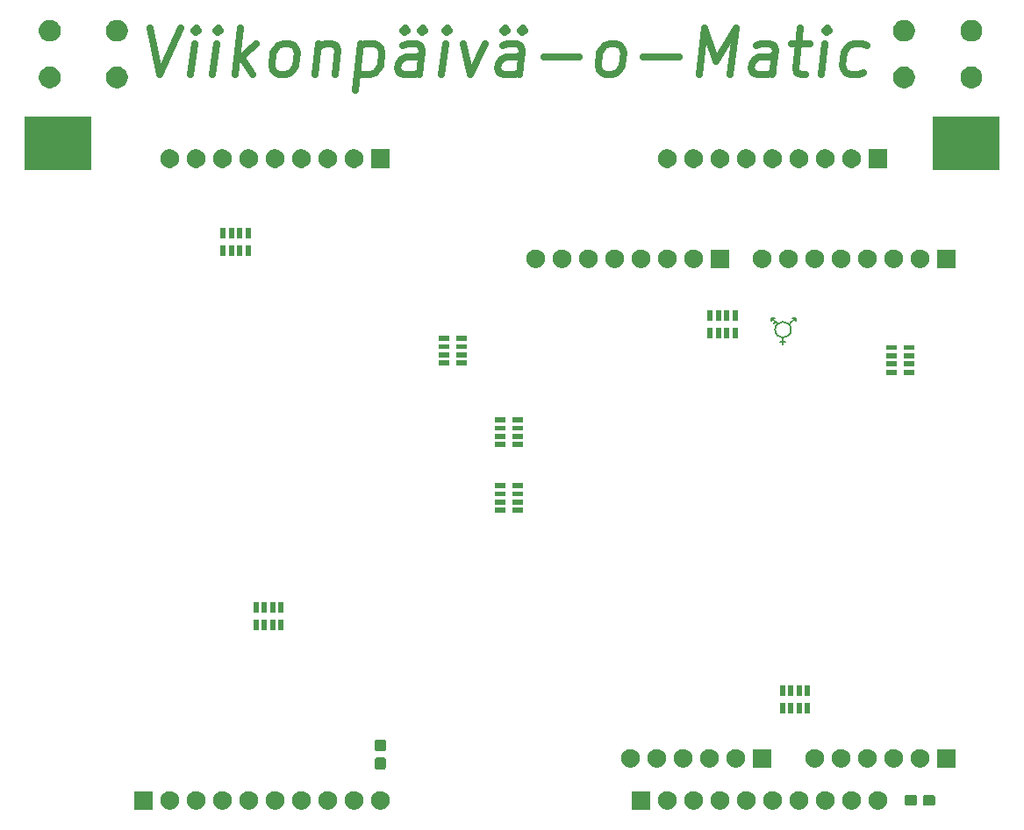
<source format=gbr>
G04 #@! TF.GenerationSoftware,KiCad,Pcbnew,5.1.5*
G04 #@! TF.CreationDate,2019-12-27T12:01:36+00:00*
G04 #@! TF.ProjectId,wkday,776b6461-792e-46b6-9963-61645f706362,rev?*
G04 #@! TF.SameCoordinates,Original*
G04 #@! TF.FileFunction,Soldermask,Top*
G04 #@! TF.FilePolarity,Negative*
%FSLAX46Y46*%
G04 Gerber Fmt 4.6, Leading zero omitted, Abs format (unit mm)*
G04 Created by KiCad (PCBNEW 5.1.5) date 2019-12-27 12:01:36*
%MOMM*%
%LPD*%
G04 APERTURE LIST*
%ADD10C,0.100000*%
%ADD11C,0.150000*%
%ADD12C,0.700000*%
G04 APERTURE END LIST*
D10*
G36*
X128270000Y-57150000D02*
G01*
X121920000Y-57150000D01*
X121920000Y-52070000D01*
X128270000Y-52070000D01*
X128270000Y-57150000D01*
G37*
X128270000Y-57150000D02*
X121920000Y-57150000D01*
X121920000Y-52070000D01*
X128270000Y-52070000D01*
X128270000Y-57150000D01*
G36*
X215900000Y-57150000D02*
G01*
X209550000Y-57150000D01*
X209550000Y-52070000D01*
X215900000Y-52070000D01*
X215900000Y-57150000D01*
G37*
X215900000Y-57150000D02*
X209550000Y-57150000D01*
X209550000Y-52070000D01*
X215900000Y-52070000D01*
X215900000Y-57150000D01*
D11*
X196278500Y-71501000D02*
X196278500Y-71818500D01*
X196278500Y-71501000D02*
X195961000Y-71501000D01*
X195707000Y-72072500D02*
X196278500Y-71501000D01*
X194183000Y-72009000D02*
X194437000Y-71755000D01*
X193929000Y-71501000D02*
X193929000Y-71818500D01*
X193929000Y-71501000D02*
X194246500Y-71501000D01*
X194500500Y-72072500D02*
X193929000Y-71501000D01*
X194818000Y-73787000D02*
X195326000Y-73787000D01*
X195072000Y-73408641D02*
X195072000Y-74041000D01*
X195836641Y-72644000D02*
G75*
G03X195836641Y-72644000I-764641J0D01*
G01*
D12*
X133964964Y-43509714D02*
X134902464Y-48009714D01*
X136964964Y-43509714D01*
X137902464Y-48009714D02*
X138277464Y-45009714D01*
X138464964Y-43509714D02*
X138223892Y-43724000D01*
X138411392Y-43938285D01*
X138652464Y-43724000D01*
X138464964Y-43509714D01*
X138411392Y-43938285D01*
X140045321Y-48009714D02*
X140420321Y-45009714D01*
X140607821Y-43509714D02*
X140366750Y-43724000D01*
X140554250Y-43938285D01*
X140795321Y-43724000D01*
X140607821Y-43509714D01*
X140554250Y-43938285D01*
X142188178Y-48009714D02*
X142750678Y-43509714D01*
X142831035Y-46295428D02*
X143902464Y-48009714D01*
X144277464Y-45009714D02*
X142348892Y-46724000D01*
X146473892Y-48009714D02*
X146072107Y-47795428D01*
X145884607Y-47581142D01*
X145723892Y-47152571D01*
X145884607Y-45866857D01*
X146152464Y-45438285D01*
X146393535Y-45224000D01*
X146848892Y-45009714D01*
X147491750Y-45009714D01*
X147893535Y-45224000D01*
X148081035Y-45438285D01*
X148241750Y-45866857D01*
X148081035Y-47152571D01*
X147813178Y-47581142D01*
X147572107Y-47795428D01*
X147116750Y-48009714D01*
X146473892Y-48009714D01*
X150277464Y-45009714D02*
X149902464Y-48009714D01*
X150223892Y-45438285D02*
X150464964Y-45224000D01*
X150920321Y-45009714D01*
X151563178Y-45009714D01*
X151964964Y-45224000D01*
X152125678Y-45652571D01*
X151831035Y-48009714D01*
X154348892Y-45009714D02*
X153786392Y-49509714D01*
X154322107Y-45224000D02*
X154777464Y-45009714D01*
X155634607Y-45009714D01*
X156036392Y-45224000D01*
X156223892Y-45438285D01*
X156384607Y-45866857D01*
X156223892Y-47152571D01*
X155956035Y-47581142D01*
X155714964Y-47795428D01*
X155259607Y-48009714D01*
X154402464Y-48009714D01*
X154000678Y-47795428D01*
X159973892Y-48009714D02*
X160268535Y-45652571D01*
X160107821Y-45224000D01*
X159706035Y-45009714D01*
X158848892Y-45009714D01*
X158393535Y-45224000D01*
X160000678Y-47795428D02*
X159545321Y-48009714D01*
X158473892Y-48009714D01*
X158072107Y-47795428D01*
X157911392Y-47366857D01*
X157964964Y-46938285D01*
X158232821Y-46509714D01*
X158688178Y-46295428D01*
X159759607Y-46295428D01*
X160214964Y-46081142D01*
X158607821Y-43509714D02*
X158795321Y-43724000D01*
X158554250Y-43938285D01*
X158366750Y-43724000D01*
X158607821Y-43509714D01*
X158554250Y-43938285D01*
X160322107Y-43509714D02*
X160509607Y-43724000D01*
X160268535Y-43938285D01*
X160081035Y-43724000D01*
X160322107Y-43509714D01*
X160268535Y-43938285D01*
X162116750Y-48009714D02*
X162491750Y-45009714D01*
X162679250Y-43509714D02*
X162438178Y-43724000D01*
X162625678Y-43938285D01*
X162866750Y-43724000D01*
X162679250Y-43509714D01*
X162625678Y-43938285D01*
X164206035Y-45009714D02*
X164902464Y-48009714D01*
X166348892Y-45009714D01*
X169616750Y-48009714D02*
X169911392Y-45652571D01*
X169750678Y-45224000D01*
X169348892Y-45009714D01*
X168491750Y-45009714D01*
X168036392Y-45224000D01*
X169643535Y-47795428D02*
X169188178Y-48009714D01*
X168116750Y-48009714D01*
X167714964Y-47795428D01*
X167554250Y-47366857D01*
X167607821Y-46938285D01*
X167875678Y-46509714D01*
X168331035Y-46295428D01*
X169402464Y-46295428D01*
X169857821Y-46081142D01*
X168250678Y-43509714D02*
X168438178Y-43724000D01*
X168197107Y-43938285D01*
X168009607Y-43724000D01*
X168250678Y-43509714D01*
X168197107Y-43938285D01*
X169964964Y-43509714D02*
X170152464Y-43724000D01*
X169911392Y-43938285D01*
X169723892Y-43724000D01*
X169964964Y-43509714D01*
X169911392Y-43938285D01*
X171973892Y-46295428D02*
X175402464Y-46295428D01*
X177973892Y-48009714D02*
X177572107Y-47795428D01*
X177384607Y-47581142D01*
X177223892Y-47152571D01*
X177384607Y-45866857D01*
X177652464Y-45438285D01*
X177893535Y-45224000D01*
X178348892Y-45009714D01*
X178991750Y-45009714D01*
X179393535Y-45224000D01*
X179581035Y-45438285D01*
X179741750Y-45866857D01*
X179581035Y-47152571D01*
X179313178Y-47581142D01*
X179072107Y-47795428D01*
X178616750Y-48009714D01*
X177973892Y-48009714D01*
X181616750Y-46295428D02*
X185045321Y-46295428D01*
X186973892Y-48009714D02*
X187536392Y-43509714D01*
X188634607Y-46724000D01*
X190536392Y-43509714D01*
X189973892Y-48009714D01*
X194045321Y-48009714D02*
X194339964Y-45652571D01*
X194179250Y-45224000D01*
X193777464Y-45009714D01*
X192920321Y-45009714D01*
X192464964Y-45224000D01*
X194072107Y-47795428D02*
X193616750Y-48009714D01*
X192545321Y-48009714D01*
X192143535Y-47795428D01*
X191982821Y-47366857D01*
X192036392Y-46938285D01*
X192304250Y-46509714D01*
X192759607Y-46295428D01*
X193831035Y-46295428D01*
X194286392Y-46081142D01*
X195920321Y-45009714D02*
X197634607Y-45009714D01*
X196750678Y-43509714D02*
X196268535Y-47366857D01*
X196429250Y-47795428D01*
X196831035Y-48009714D01*
X197259607Y-48009714D01*
X198759607Y-48009714D02*
X199134607Y-45009714D01*
X199322107Y-43509714D02*
X199081035Y-43724000D01*
X199268535Y-43938285D01*
X199509607Y-43724000D01*
X199322107Y-43509714D01*
X199268535Y-43938285D01*
X202857821Y-47795428D02*
X202402464Y-48009714D01*
X201545321Y-48009714D01*
X201143535Y-47795428D01*
X200956035Y-47581142D01*
X200795321Y-47152571D01*
X200956035Y-45866857D01*
X201223892Y-45438285D01*
X201464964Y-45224000D01*
X201920321Y-45009714D01*
X202777464Y-45009714D01*
X203179250Y-45224000D01*
D10*
G36*
X204323512Y-117213927D02*
G01*
X204472812Y-117243624D01*
X204636784Y-117311544D01*
X204784354Y-117410147D01*
X204909853Y-117535646D01*
X205008456Y-117683216D01*
X205076376Y-117847188D01*
X205111000Y-118021259D01*
X205111000Y-118198741D01*
X205076376Y-118372812D01*
X205008456Y-118536784D01*
X204909853Y-118684354D01*
X204784354Y-118809853D01*
X204636784Y-118908456D01*
X204472812Y-118976376D01*
X204323512Y-119006073D01*
X204298742Y-119011000D01*
X204121258Y-119011000D01*
X204096488Y-119006073D01*
X203947188Y-118976376D01*
X203783216Y-118908456D01*
X203635646Y-118809853D01*
X203510147Y-118684354D01*
X203411544Y-118536784D01*
X203343624Y-118372812D01*
X203309000Y-118198741D01*
X203309000Y-118021259D01*
X203343624Y-117847188D01*
X203411544Y-117683216D01*
X203510147Y-117535646D01*
X203635646Y-117410147D01*
X203783216Y-117311544D01*
X203947188Y-117243624D01*
X204096488Y-117213927D01*
X204121258Y-117209000D01*
X204298742Y-117209000D01*
X204323512Y-117213927D01*
G37*
G36*
X156323512Y-117213927D02*
G01*
X156472812Y-117243624D01*
X156636784Y-117311544D01*
X156784354Y-117410147D01*
X156909853Y-117535646D01*
X157008456Y-117683216D01*
X157076376Y-117847188D01*
X157111000Y-118021259D01*
X157111000Y-118198741D01*
X157076376Y-118372812D01*
X157008456Y-118536784D01*
X156909853Y-118684354D01*
X156784354Y-118809853D01*
X156636784Y-118908456D01*
X156472812Y-118976376D01*
X156323512Y-119006073D01*
X156298742Y-119011000D01*
X156121258Y-119011000D01*
X156096488Y-119006073D01*
X155947188Y-118976376D01*
X155783216Y-118908456D01*
X155635646Y-118809853D01*
X155510147Y-118684354D01*
X155411544Y-118536784D01*
X155343624Y-118372812D01*
X155309000Y-118198741D01*
X155309000Y-118021259D01*
X155343624Y-117847188D01*
X155411544Y-117683216D01*
X155510147Y-117535646D01*
X155635646Y-117410147D01*
X155783216Y-117311544D01*
X155947188Y-117243624D01*
X156096488Y-117213927D01*
X156121258Y-117209000D01*
X156298742Y-117209000D01*
X156323512Y-117213927D01*
G37*
G36*
X134251000Y-119011000D02*
G01*
X132449000Y-119011000D01*
X132449000Y-117209000D01*
X134251000Y-117209000D01*
X134251000Y-119011000D01*
G37*
G36*
X136003512Y-117213927D02*
G01*
X136152812Y-117243624D01*
X136316784Y-117311544D01*
X136464354Y-117410147D01*
X136589853Y-117535646D01*
X136688456Y-117683216D01*
X136756376Y-117847188D01*
X136791000Y-118021259D01*
X136791000Y-118198741D01*
X136756376Y-118372812D01*
X136688456Y-118536784D01*
X136589853Y-118684354D01*
X136464354Y-118809853D01*
X136316784Y-118908456D01*
X136152812Y-118976376D01*
X136003512Y-119006073D01*
X135978742Y-119011000D01*
X135801258Y-119011000D01*
X135776488Y-119006073D01*
X135627188Y-118976376D01*
X135463216Y-118908456D01*
X135315646Y-118809853D01*
X135190147Y-118684354D01*
X135091544Y-118536784D01*
X135023624Y-118372812D01*
X134989000Y-118198741D01*
X134989000Y-118021259D01*
X135023624Y-117847188D01*
X135091544Y-117683216D01*
X135190147Y-117535646D01*
X135315646Y-117410147D01*
X135463216Y-117311544D01*
X135627188Y-117243624D01*
X135776488Y-117213927D01*
X135801258Y-117209000D01*
X135978742Y-117209000D01*
X136003512Y-117213927D01*
G37*
G36*
X138543512Y-117213927D02*
G01*
X138692812Y-117243624D01*
X138856784Y-117311544D01*
X139004354Y-117410147D01*
X139129853Y-117535646D01*
X139228456Y-117683216D01*
X139296376Y-117847188D01*
X139331000Y-118021259D01*
X139331000Y-118198741D01*
X139296376Y-118372812D01*
X139228456Y-118536784D01*
X139129853Y-118684354D01*
X139004354Y-118809853D01*
X138856784Y-118908456D01*
X138692812Y-118976376D01*
X138543512Y-119006073D01*
X138518742Y-119011000D01*
X138341258Y-119011000D01*
X138316488Y-119006073D01*
X138167188Y-118976376D01*
X138003216Y-118908456D01*
X137855646Y-118809853D01*
X137730147Y-118684354D01*
X137631544Y-118536784D01*
X137563624Y-118372812D01*
X137529000Y-118198741D01*
X137529000Y-118021259D01*
X137563624Y-117847188D01*
X137631544Y-117683216D01*
X137730147Y-117535646D01*
X137855646Y-117410147D01*
X138003216Y-117311544D01*
X138167188Y-117243624D01*
X138316488Y-117213927D01*
X138341258Y-117209000D01*
X138518742Y-117209000D01*
X138543512Y-117213927D01*
G37*
G36*
X141083512Y-117213927D02*
G01*
X141232812Y-117243624D01*
X141396784Y-117311544D01*
X141544354Y-117410147D01*
X141669853Y-117535646D01*
X141768456Y-117683216D01*
X141836376Y-117847188D01*
X141871000Y-118021259D01*
X141871000Y-118198741D01*
X141836376Y-118372812D01*
X141768456Y-118536784D01*
X141669853Y-118684354D01*
X141544354Y-118809853D01*
X141396784Y-118908456D01*
X141232812Y-118976376D01*
X141083512Y-119006073D01*
X141058742Y-119011000D01*
X140881258Y-119011000D01*
X140856488Y-119006073D01*
X140707188Y-118976376D01*
X140543216Y-118908456D01*
X140395646Y-118809853D01*
X140270147Y-118684354D01*
X140171544Y-118536784D01*
X140103624Y-118372812D01*
X140069000Y-118198741D01*
X140069000Y-118021259D01*
X140103624Y-117847188D01*
X140171544Y-117683216D01*
X140270147Y-117535646D01*
X140395646Y-117410147D01*
X140543216Y-117311544D01*
X140707188Y-117243624D01*
X140856488Y-117213927D01*
X140881258Y-117209000D01*
X141058742Y-117209000D01*
X141083512Y-117213927D01*
G37*
G36*
X143623512Y-117213927D02*
G01*
X143772812Y-117243624D01*
X143936784Y-117311544D01*
X144084354Y-117410147D01*
X144209853Y-117535646D01*
X144308456Y-117683216D01*
X144376376Y-117847188D01*
X144411000Y-118021259D01*
X144411000Y-118198741D01*
X144376376Y-118372812D01*
X144308456Y-118536784D01*
X144209853Y-118684354D01*
X144084354Y-118809853D01*
X143936784Y-118908456D01*
X143772812Y-118976376D01*
X143623512Y-119006073D01*
X143598742Y-119011000D01*
X143421258Y-119011000D01*
X143396488Y-119006073D01*
X143247188Y-118976376D01*
X143083216Y-118908456D01*
X142935646Y-118809853D01*
X142810147Y-118684354D01*
X142711544Y-118536784D01*
X142643624Y-118372812D01*
X142609000Y-118198741D01*
X142609000Y-118021259D01*
X142643624Y-117847188D01*
X142711544Y-117683216D01*
X142810147Y-117535646D01*
X142935646Y-117410147D01*
X143083216Y-117311544D01*
X143247188Y-117243624D01*
X143396488Y-117213927D01*
X143421258Y-117209000D01*
X143598742Y-117209000D01*
X143623512Y-117213927D01*
G37*
G36*
X146163512Y-117213927D02*
G01*
X146312812Y-117243624D01*
X146476784Y-117311544D01*
X146624354Y-117410147D01*
X146749853Y-117535646D01*
X146848456Y-117683216D01*
X146916376Y-117847188D01*
X146951000Y-118021259D01*
X146951000Y-118198741D01*
X146916376Y-118372812D01*
X146848456Y-118536784D01*
X146749853Y-118684354D01*
X146624354Y-118809853D01*
X146476784Y-118908456D01*
X146312812Y-118976376D01*
X146163512Y-119006073D01*
X146138742Y-119011000D01*
X145961258Y-119011000D01*
X145936488Y-119006073D01*
X145787188Y-118976376D01*
X145623216Y-118908456D01*
X145475646Y-118809853D01*
X145350147Y-118684354D01*
X145251544Y-118536784D01*
X145183624Y-118372812D01*
X145149000Y-118198741D01*
X145149000Y-118021259D01*
X145183624Y-117847188D01*
X145251544Y-117683216D01*
X145350147Y-117535646D01*
X145475646Y-117410147D01*
X145623216Y-117311544D01*
X145787188Y-117243624D01*
X145936488Y-117213927D01*
X145961258Y-117209000D01*
X146138742Y-117209000D01*
X146163512Y-117213927D01*
G37*
G36*
X148703512Y-117213927D02*
G01*
X148852812Y-117243624D01*
X149016784Y-117311544D01*
X149164354Y-117410147D01*
X149289853Y-117535646D01*
X149388456Y-117683216D01*
X149456376Y-117847188D01*
X149491000Y-118021259D01*
X149491000Y-118198741D01*
X149456376Y-118372812D01*
X149388456Y-118536784D01*
X149289853Y-118684354D01*
X149164354Y-118809853D01*
X149016784Y-118908456D01*
X148852812Y-118976376D01*
X148703512Y-119006073D01*
X148678742Y-119011000D01*
X148501258Y-119011000D01*
X148476488Y-119006073D01*
X148327188Y-118976376D01*
X148163216Y-118908456D01*
X148015646Y-118809853D01*
X147890147Y-118684354D01*
X147791544Y-118536784D01*
X147723624Y-118372812D01*
X147689000Y-118198741D01*
X147689000Y-118021259D01*
X147723624Y-117847188D01*
X147791544Y-117683216D01*
X147890147Y-117535646D01*
X148015646Y-117410147D01*
X148163216Y-117311544D01*
X148327188Y-117243624D01*
X148476488Y-117213927D01*
X148501258Y-117209000D01*
X148678742Y-117209000D01*
X148703512Y-117213927D01*
G37*
G36*
X151243512Y-117213927D02*
G01*
X151392812Y-117243624D01*
X151556784Y-117311544D01*
X151704354Y-117410147D01*
X151829853Y-117535646D01*
X151928456Y-117683216D01*
X151996376Y-117847188D01*
X152031000Y-118021259D01*
X152031000Y-118198741D01*
X151996376Y-118372812D01*
X151928456Y-118536784D01*
X151829853Y-118684354D01*
X151704354Y-118809853D01*
X151556784Y-118908456D01*
X151392812Y-118976376D01*
X151243512Y-119006073D01*
X151218742Y-119011000D01*
X151041258Y-119011000D01*
X151016488Y-119006073D01*
X150867188Y-118976376D01*
X150703216Y-118908456D01*
X150555646Y-118809853D01*
X150430147Y-118684354D01*
X150331544Y-118536784D01*
X150263624Y-118372812D01*
X150229000Y-118198741D01*
X150229000Y-118021259D01*
X150263624Y-117847188D01*
X150331544Y-117683216D01*
X150430147Y-117535646D01*
X150555646Y-117410147D01*
X150703216Y-117311544D01*
X150867188Y-117243624D01*
X151016488Y-117213927D01*
X151041258Y-117209000D01*
X151218742Y-117209000D01*
X151243512Y-117213927D01*
G37*
G36*
X153783512Y-117213927D02*
G01*
X153932812Y-117243624D01*
X154096784Y-117311544D01*
X154244354Y-117410147D01*
X154369853Y-117535646D01*
X154468456Y-117683216D01*
X154536376Y-117847188D01*
X154571000Y-118021259D01*
X154571000Y-118198741D01*
X154536376Y-118372812D01*
X154468456Y-118536784D01*
X154369853Y-118684354D01*
X154244354Y-118809853D01*
X154096784Y-118908456D01*
X153932812Y-118976376D01*
X153783512Y-119006073D01*
X153758742Y-119011000D01*
X153581258Y-119011000D01*
X153556488Y-119006073D01*
X153407188Y-118976376D01*
X153243216Y-118908456D01*
X153095646Y-118809853D01*
X152970147Y-118684354D01*
X152871544Y-118536784D01*
X152803624Y-118372812D01*
X152769000Y-118198741D01*
X152769000Y-118021259D01*
X152803624Y-117847188D01*
X152871544Y-117683216D01*
X152970147Y-117535646D01*
X153095646Y-117410147D01*
X153243216Y-117311544D01*
X153407188Y-117243624D01*
X153556488Y-117213927D01*
X153581258Y-117209000D01*
X153758742Y-117209000D01*
X153783512Y-117213927D01*
G37*
G36*
X184003512Y-117213927D02*
G01*
X184152812Y-117243624D01*
X184316784Y-117311544D01*
X184464354Y-117410147D01*
X184589853Y-117535646D01*
X184688456Y-117683216D01*
X184756376Y-117847188D01*
X184791000Y-118021259D01*
X184791000Y-118198741D01*
X184756376Y-118372812D01*
X184688456Y-118536784D01*
X184589853Y-118684354D01*
X184464354Y-118809853D01*
X184316784Y-118908456D01*
X184152812Y-118976376D01*
X184003512Y-119006073D01*
X183978742Y-119011000D01*
X183801258Y-119011000D01*
X183776488Y-119006073D01*
X183627188Y-118976376D01*
X183463216Y-118908456D01*
X183315646Y-118809853D01*
X183190147Y-118684354D01*
X183091544Y-118536784D01*
X183023624Y-118372812D01*
X182989000Y-118198741D01*
X182989000Y-118021259D01*
X183023624Y-117847188D01*
X183091544Y-117683216D01*
X183190147Y-117535646D01*
X183315646Y-117410147D01*
X183463216Y-117311544D01*
X183627188Y-117243624D01*
X183776488Y-117213927D01*
X183801258Y-117209000D01*
X183978742Y-117209000D01*
X184003512Y-117213927D01*
G37*
G36*
X182251000Y-119011000D02*
G01*
X180449000Y-119011000D01*
X180449000Y-117209000D01*
X182251000Y-117209000D01*
X182251000Y-119011000D01*
G37*
G36*
X201783512Y-117213927D02*
G01*
X201932812Y-117243624D01*
X202096784Y-117311544D01*
X202244354Y-117410147D01*
X202369853Y-117535646D01*
X202468456Y-117683216D01*
X202536376Y-117847188D01*
X202571000Y-118021259D01*
X202571000Y-118198741D01*
X202536376Y-118372812D01*
X202468456Y-118536784D01*
X202369853Y-118684354D01*
X202244354Y-118809853D01*
X202096784Y-118908456D01*
X201932812Y-118976376D01*
X201783512Y-119006073D01*
X201758742Y-119011000D01*
X201581258Y-119011000D01*
X201556488Y-119006073D01*
X201407188Y-118976376D01*
X201243216Y-118908456D01*
X201095646Y-118809853D01*
X200970147Y-118684354D01*
X200871544Y-118536784D01*
X200803624Y-118372812D01*
X200769000Y-118198741D01*
X200769000Y-118021259D01*
X200803624Y-117847188D01*
X200871544Y-117683216D01*
X200970147Y-117535646D01*
X201095646Y-117410147D01*
X201243216Y-117311544D01*
X201407188Y-117243624D01*
X201556488Y-117213927D01*
X201581258Y-117209000D01*
X201758742Y-117209000D01*
X201783512Y-117213927D01*
G37*
G36*
X199243512Y-117213927D02*
G01*
X199392812Y-117243624D01*
X199556784Y-117311544D01*
X199704354Y-117410147D01*
X199829853Y-117535646D01*
X199928456Y-117683216D01*
X199996376Y-117847188D01*
X200031000Y-118021259D01*
X200031000Y-118198741D01*
X199996376Y-118372812D01*
X199928456Y-118536784D01*
X199829853Y-118684354D01*
X199704354Y-118809853D01*
X199556784Y-118908456D01*
X199392812Y-118976376D01*
X199243512Y-119006073D01*
X199218742Y-119011000D01*
X199041258Y-119011000D01*
X199016488Y-119006073D01*
X198867188Y-118976376D01*
X198703216Y-118908456D01*
X198555646Y-118809853D01*
X198430147Y-118684354D01*
X198331544Y-118536784D01*
X198263624Y-118372812D01*
X198229000Y-118198741D01*
X198229000Y-118021259D01*
X198263624Y-117847188D01*
X198331544Y-117683216D01*
X198430147Y-117535646D01*
X198555646Y-117410147D01*
X198703216Y-117311544D01*
X198867188Y-117243624D01*
X199016488Y-117213927D01*
X199041258Y-117209000D01*
X199218742Y-117209000D01*
X199243512Y-117213927D01*
G37*
G36*
X196703512Y-117213927D02*
G01*
X196852812Y-117243624D01*
X197016784Y-117311544D01*
X197164354Y-117410147D01*
X197289853Y-117535646D01*
X197388456Y-117683216D01*
X197456376Y-117847188D01*
X197491000Y-118021259D01*
X197491000Y-118198741D01*
X197456376Y-118372812D01*
X197388456Y-118536784D01*
X197289853Y-118684354D01*
X197164354Y-118809853D01*
X197016784Y-118908456D01*
X196852812Y-118976376D01*
X196703512Y-119006073D01*
X196678742Y-119011000D01*
X196501258Y-119011000D01*
X196476488Y-119006073D01*
X196327188Y-118976376D01*
X196163216Y-118908456D01*
X196015646Y-118809853D01*
X195890147Y-118684354D01*
X195791544Y-118536784D01*
X195723624Y-118372812D01*
X195689000Y-118198741D01*
X195689000Y-118021259D01*
X195723624Y-117847188D01*
X195791544Y-117683216D01*
X195890147Y-117535646D01*
X196015646Y-117410147D01*
X196163216Y-117311544D01*
X196327188Y-117243624D01*
X196476488Y-117213927D01*
X196501258Y-117209000D01*
X196678742Y-117209000D01*
X196703512Y-117213927D01*
G37*
G36*
X191623512Y-117213927D02*
G01*
X191772812Y-117243624D01*
X191936784Y-117311544D01*
X192084354Y-117410147D01*
X192209853Y-117535646D01*
X192308456Y-117683216D01*
X192376376Y-117847188D01*
X192411000Y-118021259D01*
X192411000Y-118198741D01*
X192376376Y-118372812D01*
X192308456Y-118536784D01*
X192209853Y-118684354D01*
X192084354Y-118809853D01*
X191936784Y-118908456D01*
X191772812Y-118976376D01*
X191623512Y-119006073D01*
X191598742Y-119011000D01*
X191421258Y-119011000D01*
X191396488Y-119006073D01*
X191247188Y-118976376D01*
X191083216Y-118908456D01*
X190935646Y-118809853D01*
X190810147Y-118684354D01*
X190711544Y-118536784D01*
X190643624Y-118372812D01*
X190609000Y-118198741D01*
X190609000Y-118021259D01*
X190643624Y-117847188D01*
X190711544Y-117683216D01*
X190810147Y-117535646D01*
X190935646Y-117410147D01*
X191083216Y-117311544D01*
X191247188Y-117243624D01*
X191396488Y-117213927D01*
X191421258Y-117209000D01*
X191598742Y-117209000D01*
X191623512Y-117213927D01*
G37*
G36*
X189083512Y-117213927D02*
G01*
X189232812Y-117243624D01*
X189396784Y-117311544D01*
X189544354Y-117410147D01*
X189669853Y-117535646D01*
X189768456Y-117683216D01*
X189836376Y-117847188D01*
X189871000Y-118021259D01*
X189871000Y-118198741D01*
X189836376Y-118372812D01*
X189768456Y-118536784D01*
X189669853Y-118684354D01*
X189544354Y-118809853D01*
X189396784Y-118908456D01*
X189232812Y-118976376D01*
X189083512Y-119006073D01*
X189058742Y-119011000D01*
X188881258Y-119011000D01*
X188856488Y-119006073D01*
X188707188Y-118976376D01*
X188543216Y-118908456D01*
X188395646Y-118809853D01*
X188270147Y-118684354D01*
X188171544Y-118536784D01*
X188103624Y-118372812D01*
X188069000Y-118198741D01*
X188069000Y-118021259D01*
X188103624Y-117847188D01*
X188171544Y-117683216D01*
X188270147Y-117535646D01*
X188395646Y-117410147D01*
X188543216Y-117311544D01*
X188707188Y-117243624D01*
X188856488Y-117213927D01*
X188881258Y-117209000D01*
X189058742Y-117209000D01*
X189083512Y-117213927D01*
G37*
G36*
X186543512Y-117213927D02*
G01*
X186692812Y-117243624D01*
X186856784Y-117311544D01*
X187004354Y-117410147D01*
X187129853Y-117535646D01*
X187228456Y-117683216D01*
X187296376Y-117847188D01*
X187331000Y-118021259D01*
X187331000Y-118198741D01*
X187296376Y-118372812D01*
X187228456Y-118536784D01*
X187129853Y-118684354D01*
X187004354Y-118809853D01*
X186856784Y-118908456D01*
X186692812Y-118976376D01*
X186543512Y-119006073D01*
X186518742Y-119011000D01*
X186341258Y-119011000D01*
X186316488Y-119006073D01*
X186167188Y-118976376D01*
X186003216Y-118908456D01*
X185855646Y-118809853D01*
X185730147Y-118684354D01*
X185631544Y-118536784D01*
X185563624Y-118372812D01*
X185529000Y-118198741D01*
X185529000Y-118021259D01*
X185563624Y-117847188D01*
X185631544Y-117683216D01*
X185730147Y-117535646D01*
X185855646Y-117410147D01*
X186003216Y-117311544D01*
X186167188Y-117243624D01*
X186316488Y-117213927D01*
X186341258Y-117209000D01*
X186518742Y-117209000D01*
X186543512Y-117213927D01*
G37*
G36*
X194163512Y-117213927D02*
G01*
X194312812Y-117243624D01*
X194476784Y-117311544D01*
X194624354Y-117410147D01*
X194749853Y-117535646D01*
X194848456Y-117683216D01*
X194916376Y-117847188D01*
X194951000Y-118021259D01*
X194951000Y-118198741D01*
X194916376Y-118372812D01*
X194848456Y-118536784D01*
X194749853Y-118684354D01*
X194624354Y-118809853D01*
X194476784Y-118908456D01*
X194312812Y-118976376D01*
X194163512Y-119006073D01*
X194138742Y-119011000D01*
X193961258Y-119011000D01*
X193936488Y-119006073D01*
X193787188Y-118976376D01*
X193623216Y-118908456D01*
X193475646Y-118809853D01*
X193350147Y-118684354D01*
X193251544Y-118536784D01*
X193183624Y-118372812D01*
X193149000Y-118198741D01*
X193149000Y-118021259D01*
X193183624Y-117847188D01*
X193251544Y-117683216D01*
X193350147Y-117535646D01*
X193475646Y-117410147D01*
X193623216Y-117311544D01*
X193787188Y-117243624D01*
X193936488Y-117213927D01*
X193961258Y-117209000D01*
X194138742Y-117209000D01*
X194163512Y-117213927D01*
G37*
G36*
X207819499Y-117588445D02*
G01*
X207856995Y-117599820D01*
X207891554Y-117618292D01*
X207921847Y-117643153D01*
X207946708Y-117673446D01*
X207965180Y-117708005D01*
X207976555Y-117745501D01*
X207981000Y-117790638D01*
X207981000Y-118429362D01*
X207976555Y-118474499D01*
X207965180Y-118511995D01*
X207946708Y-118546554D01*
X207921847Y-118576847D01*
X207891554Y-118601708D01*
X207856995Y-118620180D01*
X207819499Y-118631555D01*
X207774362Y-118636000D01*
X207035638Y-118636000D01*
X206990501Y-118631555D01*
X206953005Y-118620180D01*
X206918446Y-118601708D01*
X206888153Y-118576847D01*
X206863292Y-118546554D01*
X206844820Y-118511995D01*
X206833445Y-118474499D01*
X206829000Y-118429362D01*
X206829000Y-117790638D01*
X206833445Y-117745501D01*
X206844820Y-117708005D01*
X206863292Y-117673446D01*
X206888153Y-117643153D01*
X206918446Y-117618292D01*
X206953005Y-117599820D01*
X206990501Y-117588445D01*
X207035638Y-117584000D01*
X207774362Y-117584000D01*
X207819499Y-117588445D01*
G37*
G36*
X209569499Y-117588445D02*
G01*
X209606995Y-117599820D01*
X209641554Y-117618292D01*
X209671847Y-117643153D01*
X209696708Y-117673446D01*
X209715180Y-117708005D01*
X209726555Y-117745501D01*
X209731000Y-117790638D01*
X209731000Y-118429362D01*
X209726555Y-118474499D01*
X209715180Y-118511995D01*
X209696708Y-118546554D01*
X209671847Y-118576847D01*
X209641554Y-118601708D01*
X209606995Y-118620180D01*
X209569499Y-118631555D01*
X209524362Y-118636000D01*
X208785638Y-118636000D01*
X208740501Y-118631555D01*
X208703005Y-118620180D01*
X208668446Y-118601708D01*
X208638153Y-118576847D01*
X208613292Y-118546554D01*
X208594820Y-118511995D01*
X208583445Y-118474499D01*
X208579000Y-118429362D01*
X208579000Y-117790638D01*
X208583445Y-117745501D01*
X208594820Y-117708005D01*
X208613292Y-117673446D01*
X208638153Y-117643153D01*
X208668446Y-117618292D01*
X208703005Y-117599820D01*
X208740501Y-117588445D01*
X208785638Y-117584000D01*
X209524362Y-117584000D01*
X209569499Y-117588445D01*
G37*
G36*
X156574499Y-113968445D02*
G01*
X156611995Y-113979820D01*
X156646554Y-113998292D01*
X156676847Y-114023153D01*
X156701708Y-114053446D01*
X156720180Y-114088005D01*
X156731555Y-114125501D01*
X156736000Y-114170638D01*
X156736000Y-114909362D01*
X156731555Y-114954499D01*
X156720180Y-114991995D01*
X156701708Y-115026554D01*
X156676847Y-115056847D01*
X156646554Y-115081708D01*
X156611995Y-115100180D01*
X156574499Y-115111555D01*
X156529362Y-115116000D01*
X155890638Y-115116000D01*
X155845501Y-115111555D01*
X155808005Y-115100180D01*
X155773446Y-115081708D01*
X155743153Y-115056847D01*
X155718292Y-115026554D01*
X155699820Y-114991995D01*
X155688445Y-114954499D01*
X155684000Y-114909362D01*
X155684000Y-114170638D01*
X155688445Y-114125501D01*
X155699820Y-114088005D01*
X155718292Y-114053446D01*
X155743153Y-114023153D01*
X155773446Y-113998292D01*
X155808005Y-113979820D01*
X155845501Y-113968445D01*
X155890638Y-113964000D01*
X156529362Y-113964000D01*
X156574499Y-113968445D01*
G37*
G36*
X180453512Y-113149927D02*
G01*
X180602812Y-113179624D01*
X180766784Y-113247544D01*
X180914354Y-113346147D01*
X181039853Y-113471646D01*
X181138456Y-113619216D01*
X181206376Y-113783188D01*
X181241000Y-113957259D01*
X181241000Y-114134741D01*
X181206376Y-114308812D01*
X181138456Y-114472784D01*
X181039853Y-114620354D01*
X180914354Y-114745853D01*
X180766784Y-114844456D01*
X180602812Y-114912376D01*
X180453512Y-114942073D01*
X180428742Y-114947000D01*
X180251258Y-114947000D01*
X180226488Y-114942073D01*
X180077188Y-114912376D01*
X179913216Y-114844456D01*
X179765646Y-114745853D01*
X179640147Y-114620354D01*
X179541544Y-114472784D01*
X179473624Y-114308812D01*
X179439000Y-114134741D01*
X179439000Y-113957259D01*
X179473624Y-113783188D01*
X179541544Y-113619216D01*
X179640147Y-113471646D01*
X179765646Y-113346147D01*
X179913216Y-113247544D01*
X180077188Y-113179624D01*
X180226488Y-113149927D01*
X180251258Y-113145000D01*
X180428742Y-113145000D01*
X180453512Y-113149927D01*
G37*
G36*
X193941000Y-114947000D02*
G01*
X192139000Y-114947000D01*
X192139000Y-113145000D01*
X193941000Y-113145000D01*
X193941000Y-114947000D01*
G37*
G36*
X190613512Y-113149927D02*
G01*
X190762812Y-113179624D01*
X190926784Y-113247544D01*
X191074354Y-113346147D01*
X191199853Y-113471646D01*
X191298456Y-113619216D01*
X191366376Y-113783188D01*
X191401000Y-113957259D01*
X191401000Y-114134741D01*
X191366376Y-114308812D01*
X191298456Y-114472784D01*
X191199853Y-114620354D01*
X191074354Y-114745853D01*
X190926784Y-114844456D01*
X190762812Y-114912376D01*
X190613512Y-114942073D01*
X190588742Y-114947000D01*
X190411258Y-114947000D01*
X190386488Y-114942073D01*
X190237188Y-114912376D01*
X190073216Y-114844456D01*
X189925646Y-114745853D01*
X189800147Y-114620354D01*
X189701544Y-114472784D01*
X189633624Y-114308812D01*
X189599000Y-114134741D01*
X189599000Y-113957259D01*
X189633624Y-113783188D01*
X189701544Y-113619216D01*
X189800147Y-113471646D01*
X189925646Y-113346147D01*
X190073216Y-113247544D01*
X190237188Y-113179624D01*
X190386488Y-113149927D01*
X190411258Y-113145000D01*
X190588742Y-113145000D01*
X190613512Y-113149927D01*
G37*
G36*
X188073512Y-113149927D02*
G01*
X188222812Y-113179624D01*
X188386784Y-113247544D01*
X188534354Y-113346147D01*
X188659853Y-113471646D01*
X188758456Y-113619216D01*
X188826376Y-113783188D01*
X188861000Y-113957259D01*
X188861000Y-114134741D01*
X188826376Y-114308812D01*
X188758456Y-114472784D01*
X188659853Y-114620354D01*
X188534354Y-114745853D01*
X188386784Y-114844456D01*
X188222812Y-114912376D01*
X188073512Y-114942073D01*
X188048742Y-114947000D01*
X187871258Y-114947000D01*
X187846488Y-114942073D01*
X187697188Y-114912376D01*
X187533216Y-114844456D01*
X187385646Y-114745853D01*
X187260147Y-114620354D01*
X187161544Y-114472784D01*
X187093624Y-114308812D01*
X187059000Y-114134741D01*
X187059000Y-113957259D01*
X187093624Y-113783188D01*
X187161544Y-113619216D01*
X187260147Y-113471646D01*
X187385646Y-113346147D01*
X187533216Y-113247544D01*
X187697188Y-113179624D01*
X187846488Y-113149927D01*
X187871258Y-113145000D01*
X188048742Y-113145000D01*
X188073512Y-113149927D01*
G37*
G36*
X185533512Y-113149927D02*
G01*
X185682812Y-113179624D01*
X185846784Y-113247544D01*
X185994354Y-113346147D01*
X186119853Y-113471646D01*
X186218456Y-113619216D01*
X186286376Y-113783188D01*
X186321000Y-113957259D01*
X186321000Y-114134741D01*
X186286376Y-114308812D01*
X186218456Y-114472784D01*
X186119853Y-114620354D01*
X185994354Y-114745853D01*
X185846784Y-114844456D01*
X185682812Y-114912376D01*
X185533512Y-114942073D01*
X185508742Y-114947000D01*
X185331258Y-114947000D01*
X185306488Y-114942073D01*
X185157188Y-114912376D01*
X184993216Y-114844456D01*
X184845646Y-114745853D01*
X184720147Y-114620354D01*
X184621544Y-114472784D01*
X184553624Y-114308812D01*
X184519000Y-114134741D01*
X184519000Y-113957259D01*
X184553624Y-113783188D01*
X184621544Y-113619216D01*
X184720147Y-113471646D01*
X184845646Y-113346147D01*
X184993216Y-113247544D01*
X185157188Y-113179624D01*
X185306488Y-113149927D01*
X185331258Y-113145000D01*
X185508742Y-113145000D01*
X185533512Y-113149927D01*
G37*
G36*
X182993512Y-113149927D02*
G01*
X183142812Y-113179624D01*
X183306784Y-113247544D01*
X183454354Y-113346147D01*
X183579853Y-113471646D01*
X183678456Y-113619216D01*
X183746376Y-113783188D01*
X183781000Y-113957259D01*
X183781000Y-114134741D01*
X183746376Y-114308812D01*
X183678456Y-114472784D01*
X183579853Y-114620354D01*
X183454354Y-114745853D01*
X183306784Y-114844456D01*
X183142812Y-114912376D01*
X182993512Y-114942073D01*
X182968742Y-114947000D01*
X182791258Y-114947000D01*
X182766488Y-114942073D01*
X182617188Y-114912376D01*
X182453216Y-114844456D01*
X182305646Y-114745853D01*
X182180147Y-114620354D01*
X182081544Y-114472784D01*
X182013624Y-114308812D01*
X181979000Y-114134741D01*
X181979000Y-113957259D01*
X182013624Y-113783188D01*
X182081544Y-113619216D01*
X182180147Y-113471646D01*
X182305646Y-113346147D01*
X182453216Y-113247544D01*
X182617188Y-113179624D01*
X182766488Y-113149927D01*
X182791258Y-113145000D01*
X182968742Y-113145000D01*
X182993512Y-113149927D01*
G37*
G36*
X208393512Y-113149927D02*
G01*
X208542812Y-113179624D01*
X208706784Y-113247544D01*
X208854354Y-113346147D01*
X208979853Y-113471646D01*
X209078456Y-113619216D01*
X209146376Y-113783188D01*
X209181000Y-113957259D01*
X209181000Y-114134741D01*
X209146376Y-114308812D01*
X209078456Y-114472784D01*
X208979853Y-114620354D01*
X208854354Y-114745853D01*
X208706784Y-114844456D01*
X208542812Y-114912376D01*
X208393512Y-114942073D01*
X208368742Y-114947000D01*
X208191258Y-114947000D01*
X208166488Y-114942073D01*
X208017188Y-114912376D01*
X207853216Y-114844456D01*
X207705646Y-114745853D01*
X207580147Y-114620354D01*
X207481544Y-114472784D01*
X207413624Y-114308812D01*
X207379000Y-114134741D01*
X207379000Y-113957259D01*
X207413624Y-113783188D01*
X207481544Y-113619216D01*
X207580147Y-113471646D01*
X207705646Y-113346147D01*
X207853216Y-113247544D01*
X208017188Y-113179624D01*
X208166488Y-113149927D01*
X208191258Y-113145000D01*
X208368742Y-113145000D01*
X208393512Y-113149927D01*
G37*
G36*
X205853512Y-113149927D02*
G01*
X206002812Y-113179624D01*
X206166784Y-113247544D01*
X206314354Y-113346147D01*
X206439853Y-113471646D01*
X206538456Y-113619216D01*
X206606376Y-113783188D01*
X206641000Y-113957259D01*
X206641000Y-114134741D01*
X206606376Y-114308812D01*
X206538456Y-114472784D01*
X206439853Y-114620354D01*
X206314354Y-114745853D01*
X206166784Y-114844456D01*
X206002812Y-114912376D01*
X205853512Y-114942073D01*
X205828742Y-114947000D01*
X205651258Y-114947000D01*
X205626488Y-114942073D01*
X205477188Y-114912376D01*
X205313216Y-114844456D01*
X205165646Y-114745853D01*
X205040147Y-114620354D01*
X204941544Y-114472784D01*
X204873624Y-114308812D01*
X204839000Y-114134741D01*
X204839000Y-113957259D01*
X204873624Y-113783188D01*
X204941544Y-113619216D01*
X205040147Y-113471646D01*
X205165646Y-113346147D01*
X205313216Y-113247544D01*
X205477188Y-113179624D01*
X205626488Y-113149927D01*
X205651258Y-113145000D01*
X205828742Y-113145000D01*
X205853512Y-113149927D01*
G37*
G36*
X203313512Y-113149927D02*
G01*
X203462812Y-113179624D01*
X203626784Y-113247544D01*
X203774354Y-113346147D01*
X203899853Y-113471646D01*
X203998456Y-113619216D01*
X204066376Y-113783188D01*
X204101000Y-113957259D01*
X204101000Y-114134741D01*
X204066376Y-114308812D01*
X203998456Y-114472784D01*
X203899853Y-114620354D01*
X203774354Y-114745853D01*
X203626784Y-114844456D01*
X203462812Y-114912376D01*
X203313512Y-114942073D01*
X203288742Y-114947000D01*
X203111258Y-114947000D01*
X203086488Y-114942073D01*
X202937188Y-114912376D01*
X202773216Y-114844456D01*
X202625646Y-114745853D01*
X202500147Y-114620354D01*
X202401544Y-114472784D01*
X202333624Y-114308812D01*
X202299000Y-114134741D01*
X202299000Y-113957259D01*
X202333624Y-113783188D01*
X202401544Y-113619216D01*
X202500147Y-113471646D01*
X202625646Y-113346147D01*
X202773216Y-113247544D01*
X202937188Y-113179624D01*
X203086488Y-113149927D01*
X203111258Y-113145000D01*
X203288742Y-113145000D01*
X203313512Y-113149927D01*
G37*
G36*
X200773512Y-113149927D02*
G01*
X200922812Y-113179624D01*
X201086784Y-113247544D01*
X201234354Y-113346147D01*
X201359853Y-113471646D01*
X201458456Y-113619216D01*
X201526376Y-113783188D01*
X201561000Y-113957259D01*
X201561000Y-114134741D01*
X201526376Y-114308812D01*
X201458456Y-114472784D01*
X201359853Y-114620354D01*
X201234354Y-114745853D01*
X201086784Y-114844456D01*
X200922812Y-114912376D01*
X200773512Y-114942073D01*
X200748742Y-114947000D01*
X200571258Y-114947000D01*
X200546488Y-114942073D01*
X200397188Y-114912376D01*
X200233216Y-114844456D01*
X200085646Y-114745853D01*
X199960147Y-114620354D01*
X199861544Y-114472784D01*
X199793624Y-114308812D01*
X199759000Y-114134741D01*
X199759000Y-113957259D01*
X199793624Y-113783188D01*
X199861544Y-113619216D01*
X199960147Y-113471646D01*
X200085646Y-113346147D01*
X200233216Y-113247544D01*
X200397188Y-113179624D01*
X200546488Y-113149927D01*
X200571258Y-113145000D01*
X200748742Y-113145000D01*
X200773512Y-113149927D01*
G37*
G36*
X198233512Y-113149927D02*
G01*
X198382812Y-113179624D01*
X198546784Y-113247544D01*
X198694354Y-113346147D01*
X198819853Y-113471646D01*
X198918456Y-113619216D01*
X198986376Y-113783188D01*
X199021000Y-113957259D01*
X199021000Y-114134741D01*
X198986376Y-114308812D01*
X198918456Y-114472784D01*
X198819853Y-114620354D01*
X198694354Y-114745853D01*
X198546784Y-114844456D01*
X198382812Y-114912376D01*
X198233512Y-114942073D01*
X198208742Y-114947000D01*
X198031258Y-114947000D01*
X198006488Y-114942073D01*
X197857188Y-114912376D01*
X197693216Y-114844456D01*
X197545646Y-114745853D01*
X197420147Y-114620354D01*
X197321544Y-114472784D01*
X197253624Y-114308812D01*
X197219000Y-114134741D01*
X197219000Y-113957259D01*
X197253624Y-113783188D01*
X197321544Y-113619216D01*
X197420147Y-113471646D01*
X197545646Y-113346147D01*
X197693216Y-113247544D01*
X197857188Y-113179624D01*
X198006488Y-113149927D01*
X198031258Y-113145000D01*
X198208742Y-113145000D01*
X198233512Y-113149927D01*
G37*
G36*
X211721000Y-114947000D02*
G01*
X209919000Y-114947000D01*
X209919000Y-113145000D01*
X211721000Y-113145000D01*
X211721000Y-114947000D01*
G37*
G36*
X156574499Y-112218445D02*
G01*
X156611995Y-112229820D01*
X156646554Y-112248292D01*
X156676847Y-112273153D01*
X156701708Y-112303446D01*
X156720180Y-112338005D01*
X156731555Y-112375501D01*
X156736000Y-112420638D01*
X156736000Y-113159362D01*
X156731555Y-113204499D01*
X156720180Y-113241995D01*
X156701708Y-113276554D01*
X156676847Y-113306847D01*
X156646554Y-113331708D01*
X156611995Y-113350180D01*
X156574499Y-113361555D01*
X156529362Y-113366000D01*
X155890638Y-113366000D01*
X155845501Y-113361555D01*
X155808005Y-113350180D01*
X155773446Y-113331708D01*
X155743153Y-113306847D01*
X155718292Y-113276554D01*
X155699820Y-113241995D01*
X155688445Y-113204499D01*
X155684000Y-113159362D01*
X155684000Y-112420638D01*
X155688445Y-112375501D01*
X155699820Y-112338005D01*
X155718292Y-112303446D01*
X155743153Y-112273153D01*
X155773446Y-112248292D01*
X155808005Y-112229820D01*
X155845501Y-112218445D01*
X155890638Y-112214000D01*
X156529362Y-112214000D01*
X156574499Y-112218445D01*
G37*
G36*
X195285000Y-109721000D02*
G01*
X194783000Y-109721000D01*
X194783000Y-108719000D01*
X195285000Y-108719000D01*
X195285000Y-109721000D01*
G37*
G36*
X197685000Y-109721000D02*
G01*
X197183000Y-109721000D01*
X197183000Y-108719000D01*
X197685000Y-108719000D01*
X197685000Y-109721000D01*
G37*
G36*
X196885000Y-109721000D02*
G01*
X196383000Y-109721000D01*
X196383000Y-108719000D01*
X196885000Y-108719000D01*
X196885000Y-109721000D01*
G37*
G36*
X196085000Y-109721000D02*
G01*
X195583000Y-109721000D01*
X195583000Y-108719000D01*
X196085000Y-108719000D01*
X196085000Y-109721000D01*
G37*
G36*
X196085000Y-108021000D02*
G01*
X195583000Y-108021000D01*
X195583000Y-107019000D01*
X196085000Y-107019000D01*
X196085000Y-108021000D01*
G37*
G36*
X195285000Y-108021000D02*
G01*
X194783000Y-108021000D01*
X194783000Y-107019000D01*
X195285000Y-107019000D01*
X195285000Y-108021000D01*
G37*
G36*
X196885000Y-108021000D02*
G01*
X196383000Y-108021000D01*
X196383000Y-107019000D01*
X196885000Y-107019000D01*
X196885000Y-108021000D01*
G37*
G36*
X197685000Y-108021000D02*
G01*
X197183000Y-108021000D01*
X197183000Y-107019000D01*
X197685000Y-107019000D01*
X197685000Y-108021000D01*
G37*
G36*
X145266000Y-101681000D02*
G01*
X144764000Y-101681000D01*
X144764000Y-100679000D01*
X145266000Y-100679000D01*
X145266000Y-101681000D01*
G37*
G36*
X144466000Y-101681000D02*
G01*
X143964000Y-101681000D01*
X143964000Y-100679000D01*
X144466000Y-100679000D01*
X144466000Y-101681000D01*
G37*
G36*
X146066000Y-101681000D02*
G01*
X145564000Y-101681000D01*
X145564000Y-100679000D01*
X146066000Y-100679000D01*
X146066000Y-101681000D01*
G37*
G36*
X146866000Y-101681000D02*
G01*
X146364000Y-101681000D01*
X146364000Y-100679000D01*
X146866000Y-100679000D01*
X146866000Y-101681000D01*
G37*
G36*
X144466000Y-99981000D02*
G01*
X143964000Y-99981000D01*
X143964000Y-98979000D01*
X144466000Y-98979000D01*
X144466000Y-99981000D01*
G37*
G36*
X146866000Y-99981000D02*
G01*
X146364000Y-99981000D01*
X146364000Y-98979000D01*
X146866000Y-98979000D01*
X146866000Y-99981000D01*
G37*
G36*
X145266000Y-99981000D02*
G01*
X144764000Y-99981000D01*
X144764000Y-98979000D01*
X145266000Y-98979000D01*
X145266000Y-99981000D01*
G37*
G36*
X146066000Y-99981000D02*
G01*
X145564000Y-99981000D01*
X145564000Y-98979000D01*
X146066000Y-98979000D01*
X146066000Y-99981000D01*
G37*
G36*
X170007000Y-90351000D02*
G01*
X169005000Y-90351000D01*
X169005000Y-89849000D01*
X170007000Y-89849000D01*
X170007000Y-90351000D01*
G37*
G36*
X168307000Y-90351000D02*
G01*
X167305000Y-90351000D01*
X167305000Y-89849000D01*
X168307000Y-89849000D01*
X168307000Y-90351000D01*
G37*
G36*
X170007000Y-89551000D02*
G01*
X169005000Y-89551000D01*
X169005000Y-89049000D01*
X170007000Y-89049000D01*
X170007000Y-89551000D01*
G37*
G36*
X168307000Y-89551000D02*
G01*
X167305000Y-89551000D01*
X167305000Y-89049000D01*
X168307000Y-89049000D01*
X168307000Y-89551000D01*
G37*
G36*
X170007000Y-88751000D02*
G01*
X169005000Y-88751000D01*
X169005000Y-88249000D01*
X170007000Y-88249000D01*
X170007000Y-88751000D01*
G37*
G36*
X168307000Y-88751000D02*
G01*
X167305000Y-88751000D01*
X167305000Y-88249000D01*
X168307000Y-88249000D01*
X168307000Y-88751000D01*
G37*
G36*
X168307000Y-87951000D02*
G01*
X167305000Y-87951000D01*
X167305000Y-87449000D01*
X168307000Y-87449000D01*
X168307000Y-87951000D01*
G37*
G36*
X170007000Y-87951000D02*
G01*
X169005000Y-87951000D01*
X169005000Y-87449000D01*
X170007000Y-87449000D01*
X170007000Y-87951000D01*
G37*
G36*
X170007000Y-84001000D02*
G01*
X169005000Y-84001000D01*
X169005000Y-83499000D01*
X170007000Y-83499000D01*
X170007000Y-84001000D01*
G37*
G36*
X168307000Y-84001000D02*
G01*
X167305000Y-84001000D01*
X167305000Y-83499000D01*
X168307000Y-83499000D01*
X168307000Y-84001000D01*
G37*
G36*
X170007000Y-83201000D02*
G01*
X169005000Y-83201000D01*
X169005000Y-82699000D01*
X170007000Y-82699000D01*
X170007000Y-83201000D01*
G37*
G36*
X168307000Y-83201000D02*
G01*
X167305000Y-83201000D01*
X167305000Y-82699000D01*
X168307000Y-82699000D01*
X168307000Y-83201000D01*
G37*
G36*
X170007000Y-82401000D02*
G01*
X169005000Y-82401000D01*
X169005000Y-81899000D01*
X170007000Y-81899000D01*
X170007000Y-82401000D01*
G37*
G36*
X168307000Y-82401000D02*
G01*
X167305000Y-82401000D01*
X167305000Y-81899000D01*
X168307000Y-81899000D01*
X168307000Y-82401000D01*
G37*
G36*
X168307000Y-81601000D02*
G01*
X167305000Y-81601000D01*
X167305000Y-81099000D01*
X168307000Y-81099000D01*
X168307000Y-81601000D01*
G37*
G36*
X170007000Y-81601000D02*
G01*
X169005000Y-81601000D01*
X169005000Y-81099000D01*
X170007000Y-81099000D01*
X170007000Y-81601000D01*
G37*
G36*
X206026000Y-77016000D02*
G01*
X205024000Y-77016000D01*
X205024000Y-76514000D01*
X206026000Y-76514000D01*
X206026000Y-77016000D01*
G37*
G36*
X207726000Y-77016000D02*
G01*
X206724000Y-77016000D01*
X206724000Y-76514000D01*
X207726000Y-76514000D01*
X207726000Y-77016000D01*
G37*
G36*
X207726000Y-76216000D02*
G01*
X206724000Y-76216000D01*
X206724000Y-75714000D01*
X207726000Y-75714000D01*
X207726000Y-76216000D01*
G37*
G36*
X206026000Y-76216000D02*
G01*
X205024000Y-76216000D01*
X205024000Y-75714000D01*
X206026000Y-75714000D01*
X206026000Y-76216000D01*
G37*
G36*
X162846000Y-76127000D02*
G01*
X161844000Y-76127000D01*
X161844000Y-75625000D01*
X162846000Y-75625000D01*
X162846000Y-76127000D01*
G37*
G36*
X164546000Y-76127000D02*
G01*
X163544000Y-76127000D01*
X163544000Y-75625000D01*
X164546000Y-75625000D01*
X164546000Y-76127000D01*
G37*
G36*
X206026000Y-75416000D02*
G01*
X205024000Y-75416000D01*
X205024000Y-74914000D01*
X206026000Y-74914000D01*
X206026000Y-75416000D01*
G37*
G36*
X207726000Y-75416000D02*
G01*
X206724000Y-75416000D01*
X206724000Y-74914000D01*
X207726000Y-74914000D01*
X207726000Y-75416000D01*
G37*
G36*
X164546000Y-75327000D02*
G01*
X163544000Y-75327000D01*
X163544000Y-74825000D01*
X164546000Y-74825000D01*
X164546000Y-75327000D01*
G37*
G36*
X162846000Y-75327000D02*
G01*
X161844000Y-75327000D01*
X161844000Y-74825000D01*
X162846000Y-74825000D01*
X162846000Y-75327000D01*
G37*
G36*
X207726000Y-74616000D02*
G01*
X206724000Y-74616000D01*
X206724000Y-74114000D01*
X207726000Y-74114000D01*
X207726000Y-74616000D01*
G37*
G36*
X206026000Y-74616000D02*
G01*
X205024000Y-74616000D01*
X205024000Y-74114000D01*
X206026000Y-74114000D01*
X206026000Y-74616000D01*
G37*
G36*
X162846000Y-74527000D02*
G01*
X161844000Y-74527000D01*
X161844000Y-74025000D01*
X162846000Y-74025000D01*
X162846000Y-74527000D01*
G37*
G36*
X164546000Y-74527000D02*
G01*
X163544000Y-74527000D01*
X163544000Y-74025000D01*
X164546000Y-74025000D01*
X164546000Y-74527000D01*
G37*
G36*
X164546000Y-73727000D02*
G01*
X163544000Y-73727000D01*
X163544000Y-73225000D01*
X164546000Y-73225000D01*
X164546000Y-73727000D01*
G37*
G36*
X162846000Y-73727000D02*
G01*
X161844000Y-73727000D01*
X161844000Y-73225000D01*
X162846000Y-73225000D01*
X162846000Y-73727000D01*
G37*
G36*
X190681000Y-73487000D02*
G01*
X190179000Y-73487000D01*
X190179000Y-72485000D01*
X190681000Y-72485000D01*
X190681000Y-73487000D01*
G37*
G36*
X189081000Y-73487000D02*
G01*
X188579000Y-73487000D01*
X188579000Y-72485000D01*
X189081000Y-72485000D01*
X189081000Y-73487000D01*
G37*
G36*
X189881000Y-73487000D02*
G01*
X189379000Y-73487000D01*
X189379000Y-72485000D01*
X189881000Y-72485000D01*
X189881000Y-73487000D01*
G37*
G36*
X188281000Y-73487000D02*
G01*
X187779000Y-73487000D01*
X187779000Y-72485000D01*
X188281000Y-72485000D01*
X188281000Y-73487000D01*
G37*
G36*
X188281000Y-71787000D02*
G01*
X187779000Y-71787000D01*
X187779000Y-70785000D01*
X188281000Y-70785000D01*
X188281000Y-71787000D01*
G37*
G36*
X189081000Y-71787000D02*
G01*
X188579000Y-71787000D01*
X188579000Y-70785000D01*
X189081000Y-70785000D01*
X189081000Y-71787000D01*
G37*
G36*
X189881000Y-71787000D02*
G01*
X189379000Y-71787000D01*
X189379000Y-70785000D01*
X189881000Y-70785000D01*
X189881000Y-71787000D01*
G37*
G36*
X190681000Y-71787000D02*
G01*
X190179000Y-71787000D01*
X190179000Y-70785000D01*
X190681000Y-70785000D01*
X190681000Y-71787000D01*
G37*
G36*
X208393512Y-64889927D02*
G01*
X208542812Y-64919624D01*
X208706784Y-64987544D01*
X208854354Y-65086147D01*
X208979853Y-65211646D01*
X209078456Y-65359216D01*
X209146376Y-65523188D01*
X209181000Y-65697259D01*
X209181000Y-65874741D01*
X209146376Y-66048812D01*
X209078456Y-66212784D01*
X208979853Y-66360354D01*
X208854354Y-66485853D01*
X208706784Y-66584456D01*
X208542812Y-66652376D01*
X208393512Y-66682073D01*
X208368742Y-66687000D01*
X208191258Y-66687000D01*
X208166488Y-66682073D01*
X208017188Y-66652376D01*
X207853216Y-66584456D01*
X207705646Y-66485853D01*
X207580147Y-66360354D01*
X207481544Y-66212784D01*
X207413624Y-66048812D01*
X207379000Y-65874741D01*
X207379000Y-65697259D01*
X207413624Y-65523188D01*
X207481544Y-65359216D01*
X207580147Y-65211646D01*
X207705646Y-65086147D01*
X207853216Y-64987544D01*
X208017188Y-64919624D01*
X208166488Y-64889927D01*
X208191258Y-64885000D01*
X208368742Y-64885000D01*
X208393512Y-64889927D01*
G37*
G36*
X211721000Y-66687000D02*
G01*
X209919000Y-66687000D01*
X209919000Y-64885000D01*
X211721000Y-64885000D01*
X211721000Y-66687000D01*
G37*
G36*
X173849512Y-64889927D02*
G01*
X173998812Y-64919624D01*
X174162784Y-64987544D01*
X174310354Y-65086147D01*
X174435853Y-65211646D01*
X174534456Y-65359216D01*
X174602376Y-65523188D01*
X174637000Y-65697259D01*
X174637000Y-65874741D01*
X174602376Y-66048812D01*
X174534456Y-66212784D01*
X174435853Y-66360354D01*
X174310354Y-66485853D01*
X174162784Y-66584456D01*
X173998812Y-66652376D01*
X173849512Y-66682073D01*
X173824742Y-66687000D01*
X173647258Y-66687000D01*
X173622488Y-66682073D01*
X173473188Y-66652376D01*
X173309216Y-66584456D01*
X173161646Y-66485853D01*
X173036147Y-66360354D01*
X172937544Y-66212784D01*
X172869624Y-66048812D01*
X172835000Y-65874741D01*
X172835000Y-65697259D01*
X172869624Y-65523188D01*
X172937544Y-65359216D01*
X173036147Y-65211646D01*
X173161646Y-65086147D01*
X173309216Y-64987544D01*
X173473188Y-64919624D01*
X173622488Y-64889927D01*
X173647258Y-64885000D01*
X173824742Y-64885000D01*
X173849512Y-64889927D01*
G37*
G36*
X176389512Y-64889927D02*
G01*
X176538812Y-64919624D01*
X176702784Y-64987544D01*
X176850354Y-65086147D01*
X176975853Y-65211646D01*
X177074456Y-65359216D01*
X177142376Y-65523188D01*
X177177000Y-65697259D01*
X177177000Y-65874741D01*
X177142376Y-66048812D01*
X177074456Y-66212784D01*
X176975853Y-66360354D01*
X176850354Y-66485853D01*
X176702784Y-66584456D01*
X176538812Y-66652376D01*
X176389512Y-66682073D01*
X176364742Y-66687000D01*
X176187258Y-66687000D01*
X176162488Y-66682073D01*
X176013188Y-66652376D01*
X175849216Y-66584456D01*
X175701646Y-66485853D01*
X175576147Y-66360354D01*
X175477544Y-66212784D01*
X175409624Y-66048812D01*
X175375000Y-65874741D01*
X175375000Y-65697259D01*
X175409624Y-65523188D01*
X175477544Y-65359216D01*
X175576147Y-65211646D01*
X175701646Y-65086147D01*
X175849216Y-64987544D01*
X176013188Y-64919624D01*
X176162488Y-64889927D01*
X176187258Y-64885000D01*
X176364742Y-64885000D01*
X176389512Y-64889927D01*
G37*
G36*
X178929512Y-64889927D02*
G01*
X179078812Y-64919624D01*
X179242784Y-64987544D01*
X179390354Y-65086147D01*
X179515853Y-65211646D01*
X179614456Y-65359216D01*
X179682376Y-65523188D01*
X179717000Y-65697259D01*
X179717000Y-65874741D01*
X179682376Y-66048812D01*
X179614456Y-66212784D01*
X179515853Y-66360354D01*
X179390354Y-66485853D01*
X179242784Y-66584456D01*
X179078812Y-66652376D01*
X178929512Y-66682073D01*
X178904742Y-66687000D01*
X178727258Y-66687000D01*
X178702488Y-66682073D01*
X178553188Y-66652376D01*
X178389216Y-66584456D01*
X178241646Y-66485853D01*
X178116147Y-66360354D01*
X178017544Y-66212784D01*
X177949624Y-66048812D01*
X177915000Y-65874741D01*
X177915000Y-65697259D01*
X177949624Y-65523188D01*
X178017544Y-65359216D01*
X178116147Y-65211646D01*
X178241646Y-65086147D01*
X178389216Y-64987544D01*
X178553188Y-64919624D01*
X178702488Y-64889927D01*
X178727258Y-64885000D01*
X178904742Y-64885000D01*
X178929512Y-64889927D01*
G37*
G36*
X181469512Y-64889927D02*
G01*
X181618812Y-64919624D01*
X181782784Y-64987544D01*
X181930354Y-65086147D01*
X182055853Y-65211646D01*
X182154456Y-65359216D01*
X182222376Y-65523188D01*
X182257000Y-65697259D01*
X182257000Y-65874741D01*
X182222376Y-66048812D01*
X182154456Y-66212784D01*
X182055853Y-66360354D01*
X181930354Y-66485853D01*
X181782784Y-66584456D01*
X181618812Y-66652376D01*
X181469512Y-66682073D01*
X181444742Y-66687000D01*
X181267258Y-66687000D01*
X181242488Y-66682073D01*
X181093188Y-66652376D01*
X180929216Y-66584456D01*
X180781646Y-66485853D01*
X180656147Y-66360354D01*
X180557544Y-66212784D01*
X180489624Y-66048812D01*
X180455000Y-65874741D01*
X180455000Y-65697259D01*
X180489624Y-65523188D01*
X180557544Y-65359216D01*
X180656147Y-65211646D01*
X180781646Y-65086147D01*
X180929216Y-64987544D01*
X181093188Y-64919624D01*
X181242488Y-64889927D01*
X181267258Y-64885000D01*
X181444742Y-64885000D01*
X181469512Y-64889927D01*
G37*
G36*
X184009512Y-64889927D02*
G01*
X184158812Y-64919624D01*
X184322784Y-64987544D01*
X184470354Y-65086147D01*
X184595853Y-65211646D01*
X184694456Y-65359216D01*
X184762376Y-65523188D01*
X184797000Y-65697259D01*
X184797000Y-65874741D01*
X184762376Y-66048812D01*
X184694456Y-66212784D01*
X184595853Y-66360354D01*
X184470354Y-66485853D01*
X184322784Y-66584456D01*
X184158812Y-66652376D01*
X184009512Y-66682073D01*
X183984742Y-66687000D01*
X183807258Y-66687000D01*
X183782488Y-66682073D01*
X183633188Y-66652376D01*
X183469216Y-66584456D01*
X183321646Y-66485853D01*
X183196147Y-66360354D01*
X183097544Y-66212784D01*
X183029624Y-66048812D01*
X182995000Y-65874741D01*
X182995000Y-65697259D01*
X183029624Y-65523188D01*
X183097544Y-65359216D01*
X183196147Y-65211646D01*
X183321646Y-65086147D01*
X183469216Y-64987544D01*
X183633188Y-64919624D01*
X183782488Y-64889927D01*
X183807258Y-64885000D01*
X183984742Y-64885000D01*
X184009512Y-64889927D01*
G37*
G36*
X186549512Y-64889927D02*
G01*
X186698812Y-64919624D01*
X186862784Y-64987544D01*
X187010354Y-65086147D01*
X187135853Y-65211646D01*
X187234456Y-65359216D01*
X187302376Y-65523188D01*
X187337000Y-65697259D01*
X187337000Y-65874741D01*
X187302376Y-66048812D01*
X187234456Y-66212784D01*
X187135853Y-66360354D01*
X187010354Y-66485853D01*
X186862784Y-66584456D01*
X186698812Y-66652376D01*
X186549512Y-66682073D01*
X186524742Y-66687000D01*
X186347258Y-66687000D01*
X186322488Y-66682073D01*
X186173188Y-66652376D01*
X186009216Y-66584456D01*
X185861646Y-66485853D01*
X185736147Y-66360354D01*
X185637544Y-66212784D01*
X185569624Y-66048812D01*
X185535000Y-65874741D01*
X185535000Y-65697259D01*
X185569624Y-65523188D01*
X185637544Y-65359216D01*
X185736147Y-65211646D01*
X185861646Y-65086147D01*
X186009216Y-64987544D01*
X186173188Y-64919624D01*
X186322488Y-64889927D01*
X186347258Y-64885000D01*
X186524742Y-64885000D01*
X186549512Y-64889927D01*
G37*
G36*
X193153512Y-64889927D02*
G01*
X193302812Y-64919624D01*
X193466784Y-64987544D01*
X193614354Y-65086147D01*
X193739853Y-65211646D01*
X193838456Y-65359216D01*
X193906376Y-65523188D01*
X193941000Y-65697259D01*
X193941000Y-65874741D01*
X193906376Y-66048812D01*
X193838456Y-66212784D01*
X193739853Y-66360354D01*
X193614354Y-66485853D01*
X193466784Y-66584456D01*
X193302812Y-66652376D01*
X193153512Y-66682073D01*
X193128742Y-66687000D01*
X192951258Y-66687000D01*
X192926488Y-66682073D01*
X192777188Y-66652376D01*
X192613216Y-66584456D01*
X192465646Y-66485853D01*
X192340147Y-66360354D01*
X192241544Y-66212784D01*
X192173624Y-66048812D01*
X192139000Y-65874741D01*
X192139000Y-65697259D01*
X192173624Y-65523188D01*
X192241544Y-65359216D01*
X192340147Y-65211646D01*
X192465646Y-65086147D01*
X192613216Y-64987544D01*
X192777188Y-64919624D01*
X192926488Y-64889927D01*
X192951258Y-64885000D01*
X193128742Y-64885000D01*
X193153512Y-64889927D01*
G37*
G36*
X195693512Y-64889927D02*
G01*
X195842812Y-64919624D01*
X196006784Y-64987544D01*
X196154354Y-65086147D01*
X196279853Y-65211646D01*
X196378456Y-65359216D01*
X196446376Y-65523188D01*
X196481000Y-65697259D01*
X196481000Y-65874741D01*
X196446376Y-66048812D01*
X196378456Y-66212784D01*
X196279853Y-66360354D01*
X196154354Y-66485853D01*
X196006784Y-66584456D01*
X195842812Y-66652376D01*
X195693512Y-66682073D01*
X195668742Y-66687000D01*
X195491258Y-66687000D01*
X195466488Y-66682073D01*
X195317188Y-66652376D01*
X195153216Y-66584456D01*
X195005646Y-66485853D01*
X194880147Y-66360354D01*
X194781544Y-66212784D01*
X194713624Y-66048812D01*
X194679000Y-65874741D01*
X194679000Y-65697259D01*
X194713624Y-65523188D01*
X194781544Y-65359216D01*
X194880147Y-65211646D01*
X195005646Y-65086147D01*
X195153216Y-64987544D01*
X195317188Y-64919624D01*
X195466488Y-64889927D01*
X195491258Y-64885000D01*
X195668742Y-64885000D01*
X195693512Y-64889927D01*
G37*
G36*
X198233512Y-64889927D02*
G01*
X198382812Y-64919624D01*
X198546784Y-64987544D01*
X198694354Y-65086147D01*
X198819853Y-65211646D01*
X198918456Y-65359216D01*
X198986376Y-65523188D01*
X199021000Y-65697259D01*
X199021000Y-65874741D01*
X198986376Y-66048812D01*
X198918456Y-66212784D01*
X198819853Y-66360354D01*
X198694354Y-66485853D01*
X198546784Y-66584456D01*
X198382812Y-66652376D01*
X198233512Y-66682073D01*
X198208742Y-66687000D01*
X198031258Y-66687000D01*
X198006488Y-66682073D01*
X197857188Y-66652376D01*
X197693216Y-66584456D01*
X197545646Y-66485853D01*
X197420147Y-66360354D01*
X197321544Y-66212784D01*
X197253624Y-66048812D01*
X197219000Y-65874741D01*
X197219000Y-65697259D01*
X197253624Y-65523188D01*
X197321544Y-65359216D01*
X197420147Y-65211646D01*
X197545646Y-65086147D01*
X197693216Y-64987544D01*
X197857188Y-64919624D01*
X198006488Y-64889927D01*
X198031258Y-64885000D01*
X198208742Y-64885000D01*
X198233512Y-64889927D01*
G37*
G36*
X200773512Y-64889927D02*
G01*
X200922812Y-64919624D01*
X201086784Y-64987544D01*
X201234354Y-65086147D01*
X201359853Y-65211646D01*
X201458456Y-65359216D01*
X201526376Y-65523188D01*
X201561000Y-65697259D01*
X201561000Y-65874741D01*
X201526376Y-66048812D01*
X201458456Y-66212784D01*
X201359853Y-66360354D01*
X201234354Y-66485853D01*
X201086784Y-66584456D01*
X200922812Y-66652376D01*
X200773512Y-66682073D01*
X200748742Y-66687000D01*
X200571258Y-66687000D01*
X200546488Y-66682073D01*
X200397188Y-66652376D01*
X200233216Y-66584456D01*
X200085646Y-66485853D01*
X199960147Y-66360354D01*
X199861544Y-66212784D01*
X199793624Y-66048812D01*
X199759000Y-65874741D01*
X199759000Y-65697259D01*
X199793624Y-65523188D01*
X199861544Y-65359216D01*
X199960147Y-65211646D01*
X200085646Y-65086147D01*
X200233216Y-64987544D01*
X200397188Y-64919624D01*
X200546488Y-64889927D01*
X200571258Y-64885000D01*
X200748742Y-64885000D01*
X200773512Y-64889927D01*
G37*
G36*
X203313512Y-64889927D02*
G01*
X203462812Y-64919624D01*
X203626784Y-64987544D01*
X203774354Y-65086147D01*
X203899853Y-65211646D01*
X203998456Y-65359216D01*
X204066376Y-65523188D01*
X204101000Y-65697259D01*
X204101000Y-65874741D01*
X204066376Y-66048812D01*
X203998456Y-66212784D01*
X203899853Y-66360354D01*
X203774354Y-66485853D01*
X203626784Y-66584456D01*
X203462812Y-66652376D01*
X203313512Y-66682073D01*
X203288742Y-66687000D01*
X203111258Y-66687000D01*
X203086488Y-66682073D01*
X202937188Y-66652376D01*
X202773216Y-66584456D01*
X202625646Y-66485853D01*
X202500147Y-66360354D01*
X202401544Y-66212784D01*
X202333624Y-66048812D01*
X202299000Y-65874741D01*
X202299000Y-65697259D01*
X202333624Y-65523188D01*
X202401544Y-65359216D01*
X202500147Y-65211646D01*
X202625646Y-65086147D01*
X202773216Y-64987544D01*
X202937188Y-64919624D01*
X203086488Y-64889927D01*
X203111258Y-64885000D01*
X203288742Y-64885000D01*
X203313512Y-64889927D01*
G37*
G36*
X171309512Y-64889927D02*
G01*
X171458812Y-64919624D01*
X171622784Y-64987544D01*
X171770354Y-65086147D01*
X171895853Y-65211646D01*
X171994456Y-65359216D01*
X172062376Y-65523188D01*
X172097000Y-65697259D01*
X172097000Y-65874741D01*
X172062376Y-66048812D01*
X171994456Y-66212784D01*
X171895853Y-66360354D01*
X171770354Y-66485853D01*
X171622784Y-66584456D01*
X171458812Y-66652376D01*
X171309512Y-66682073D01*
X171284742Y-66687000D01*
X171107258Y-66687000D01*
X171082488Y-66682073D01*
X170933188Y-66652376D01*
X170769216Y-66584456D01*
X170621646Y-66485853D01*
X170496147Y-66360354D01*
X170397544Y-66212784D01*
X170329624Y-66048812D01*
X170295000Y-65874741D01*
X170295000Y-65697259D01*
X170329624Y-65523188D01*
X170397544Y-65359216D01*
X170496147Y-65211646D01*
X170621646Y-65086147D01*
X170769216Y-64987544D01*
X170933188Y-64919624D01*
X171082488Y-64889927D01*
X171107258Y-64885000D01*
X171284742Y-64885000D01*
X171309512Y-64889927D01*
G37*
G36*
X205853512Y-64889927D02*
G01*
X206002812Y-64919624D01*
X206166784Y-64987544D01*
X206314354Y-65086147D01*
X206439853Y-65211646D01*
X206538456Y-65359216D01*
X206606376Y-65523188D01*
X206641000Y-65697259D01*
X206641000Y-65874741D01*
X206606376Y-66048812D01*
X206538456Y-66212784D01*
X206439853Y-66360354D01*
X206314354Y-66485853D01*
X206166784Y-66584456D01*
X206002812Y-66652376D01*
X205853512Y-66682073D01*
X205828742Y-66687000D01*
X205651258Y-66687000D01*
X205626488Y-66682073D01*
X205477188Y-66652376D01*
X205313216Y-66584456D01*
X205165646Y-66485853D01*
X205040147Y-66360354D01*
X204941544Y-66212784D01*
X204873624Y-66048812D01*
X204839000Y-65874741D01*
X204839000Y-65697259D01*
X204873624Y-65523188D01*
X204941544Y-65359216D01*
X205040147Y-65211646D01*
X205165646Y-65086147D01*
X205313216Y-64987544D01*
X205477188Y-64919624D01*
X205626488Y-64889927D01*
X205651258Y-64885000D01*
X205828742Y-64885000D01*
X205853512Y-64889927D01*
G37*
G36*
X189877000Y-66687000D02*
G01*
X188075000Y-66687000D01*
X188075000Y-64885000D01*
X189877000Y-64885000D01*
X189877000Y-66687000D01*
G37*
G36*
X142091000Y-65486000D02*
G01*
X141589000Y-65486000D01*
X141589000Y-64484000D01*
X142091000Y-64484000D01*
X142091000Y-65486000D01*
G37*
G36*
X141291000Y-65486000D02*
G01*
X140789000Y-65486000D01*
X140789000Y-64484000D01*
X141291000Y-64484000D01*
X141291000Y-65486000D01*
G37*
G36*
X142891000Y-65486000D02*
G01*
X142389000Y-65486000D01*
X142389000Y-64484000D01*
X142891000Y-64484000D01*
X142891000Y-65486000D01*
G37*
G36*
X143691000Y-65486000D02*
G01*
X143189000Y-65486000D01*
X143189000Y-64484000D01*
X143691000Y-64484000D01*
X143691000Y-65486000D01*
G37*
G36*
X141291000Y-63786000D02*
G01*
X140789000Y-63786000D01*
X140789000Y-62784000D01*
X141291000Y-62784000D01*
X141291000Y-63786000D01*
G37*
G36*
X143691000Y-63786000D02*
G01*
X143189000Y-63786000D01*
X143189000Y-62784000D01*
X143691000Y-62784000D01*
X143691000Y-63786000D01*
G37*
G36*
X142891000Y-63786000D02*
G01*
X142389000Y-63786000D01*
X142389000Y-62784000D01*
X142891000Y-62784000D01*
X142891000Y-63786000D01*
G37*
G36*
X142091000Y-63786000D02*
G01*
X141589000Y-63786000D01*
X141589000Y-62784000D01*
X142091000Y-62784000D01*
X142091000Y-63786000D01*
G37*
G36*
X186543512Y-55213927D02*
G01*
X186692812Y-55243624D01*
X186856784Y-55311544D01*
X187004354Y-55410147D01*
X187129853Y-55535646D01*
X187228456Y-55683216D01*
X187296376Y-55847188D01*
X187331000Y-56021259D01*
X187331000Y-56198741D01*
X187296376Y-56372812D01*
X187228456Y-56536784D01*
X187129853Y-56684354D01*
X187004354Y-56809853D01*
X186856784Y-56908456D01*
X186692812Y-56976376D01*
X186543512Y-57006073D01*
X186518742Y-57011000D01*
X186341258Y-57011000D01*
X186316488Y-57006073D01*
X186167188Y-56976376D01*
X186003216Y-56908456D01*
X185855646Y-56809853D01*
X185730147Y-56684354D01*
X185631544Y-56536784D01*
X185563624Y-56372812D01*
X185529000Y-56198741D01*
X185529000Y-56021259D01*
X185563624Y-55847188D01*
X185631544Y-55683216D01*
X185730147Y-55535646D01*
X185855646Y-55410147D01*
X186003216Y-55311544D01*
X186167188Y-55243624D01*
X186316488Y-55213927D01*
X186341258Y-55209000D01*
X186518742Y-55209000D01*
X186543512Y-55213927D01*
G37*
G36*
X184003512Y-55213927D02*
G01*
X184152812Y-55243624D01*
X184316784Y-55311544D01*
X184464354Y-55410147D01*
X184589853Y-55535646D01*
X184688456Y-55683216D01*
X184756376Y-55847188D01*
X184791000Y-56021259D01*
X184791000Y-56198741D01*
X184756376Y-56372812D01*
X184688456Y-56536784D01*
X184589853Y-56684354D01*
X184464354Y-56809853D01*
X184316784Y-56908456D01*
X184152812Y-56976376D01*
X184003512Y-57006073D01*
X183978742Y-57011000D01*
X183801258Y-57011000D01*
X183776488Y-57006073D01*
X183627188Y-56976376D01*
X183463216Y-56908456D01*
X183315646Y-56809853D01*
X183190147Y-56684354D01*
X183091544Y-56536784D01*
X183023624Y-56372812D01*
X182989000Y-56198741D01*
X182989000Y-56021259D01*
X183023624Y-55847188D01*
X183091544Y-55683216D01*
X183190147Y-55535646D01*
X183315646Y-55410147D01*
X183463216Y-55311544D01*
X183627188Y-55243624D01*
X183776488Y-55213927D01*
X183801258Y-55209000D01*
X183978742Y-55209000D01*
X184003512Y-55213927D01*
G37*
G36*
X157111000Y-57011000D02*
G01*
X155309000Y-57011000D01*
X155309000Y-55209000D01*
X157111000Y-55209000D01*
X157111000Y-57011000D01*
G37*
G36*
X153783512Y-55213927D02*
G01*
X153932812Y-55243624D01*
X154096784Y-55311544D01*
X154244354Y-55410147D01*
X154369853Y-55535646D01*
X154468456Y-55683216D01*
X154536376Y-55847188D01*
X154571000Y-56021259D01*
X154571000Y-56198741D01*
X154536376Y-56372812D01*
X154468456Y-56536784D01*
X154369853Y-56684354D01*
X154244354Y-56809853D01*
X154096784Y-56908456D01*
X153932812Y-56976376D01*
X153783512Y-57006073D01*
X153758742Y-57011000D01*
X153581258Y-57011000D01*
X153556488Y-57006073D01*
X153407188Y-56976376D01*
X153243216Y-56908456D01*
X153095646Y-56809853D01*
X152970147Y-56684354D01*
X152871544Y-56536784D01*
X152803624Y-56372812D01*
X152769000Y-56198741D01*
X152769000Y-56021259D01*
X152803624Y-55847188D01*
X152871544Y-55683216D01*
X152970147Y-55535646D01*
X153095646Y-55410147D01*
X153243216Y-55311544D01*
X153407188Y-55243624D01*
X153556488Y-55213927D01*
X153581258Y-55209000D01*
X153758742Y-55209000D01*
X153783512Y-55213927D01*
G37*
G36*
X151243512Y-55213927D02*
G01*
X151392812Y-55243624D01*
X151556784Y-55311544D01*
X151704354Y-55410147D01*
X151829853Y-55535646D01*
X151928456Y-55683216D01*
X151996376Y-55847188D01*
X152031000Y-56021259D01*
X152031000Y-56198741D01*
X151996376Y-56372812D01*
X151928456Y-56536784D01*
X151829853Y-56684354D01*
X151704354Y-56809853D01*
X151556784Y-56908456D01*
X151392812Y-56976376D01*
X151243512Y-57006073D01*
X151218742Y-57011000D01*
X151041258Y-57011000D01*
X151016488Y-57006073D01*
X150867188Y-56976376D01*
X150703216Y-56908456D01*
X150555646Y-56809853D01*
X150430147Y-56684354D01*
X150331544Y-56536784D01*
X150263624Y-56372812D01*
X150229000Y-56198741D01*
X150229000Y-56021259D01*
X150263624Y-55847188D01*
X150331544Y-55683216D01*
X150430147Y-55535646D01*
X150555646Y-55410147D01*
X150703216Y-55311544D01*
X150867188Y-55243624D01*
X151016488Y-55213927D01*
X151041258Y-55209000D01*
X151218742Y-55209000D01*
X151243512Y-55213927D01*
G37*
G36*
X201783512Y-55213927D02*
G01*
X201932812Y-55243624D01*
X202096784Y-55311544D01*
X202244354Y-55410147D01*
X202369853Y-55535646D01*
X202468456Y-55683216D01*
X202536376Y-55847188D01*
X202571000Y-56021259D01*
X202571000Y-56198741D01*
X202536376Y-56372812D01*
X202468456Y-56536784D01*
X202369853Y-56684354D01*
X202244354Y-56809853D01*
X202096784Y-56908456D01*
X201932812Y-56976376D01*
X201783512Y-57006073D01*
X201758742Y-57011000D01*
X201581258Y-57011000D01*
X201556488Y-57006073D01*
X201407188Y-56976376D01*
X201243216Y-56908456D01*
X201095646Y-56809853D01*
X200970147Y-56684354D01*
X200871544Y-56536784D01*
X200803624Y-56372812D01*
X200769000Y-56198741D01*
X200769000Y-56021259D01*
X200803624Y-55847188D01*
X200871544Y-55683216D01*
X200970147Y-55535646D01*
X201095646Y-55410147D01*
X201243216Y-55311544D01*
X201407188Y-55243624D01*
X201556488Y-55213927D01*
X201581258Y-55209000D01*
X201758742Y-55209000D01*
X201783512Y-55213927D01*
G37*
G36*
X148703512Y-55213927D02*
G01*
X148852812Y-55243624D01*
X149016784Y-55311544D01*
X149164354Y-55410147D01*
X149289853Y-55535646D01*
X149388456Y-55683216D01*
X149456376Y-55847188D01*
X149491000Y-56021259D01*
X149491000Y-56198741D01*
X149456376Y-56372812D01*
X149388456Y-56536784D01*
X149289853Y-56684354D01*
X149164354Y-56809853D01*
X149016784Y-56908456D01*
X148852812Y-56976376D01*
X148703512Y-57006073D01*
X148678742Y-57011000D01*
X148501258Y-57011000D01*
X148476488Y-57006073D01*
X148327188Y-56976376D01*
X148163216Y-56908456D01*
X148015646Y-56809853D01*
X147890147Y-56684354D01*
X147791544Y-56536784D01*
X147723624Y-56372812D01*
X147689000Y-56198741D01*
X147689000Y-56021259D01*
X147723624Y-55847188D01*
X147791544Y-55683216D01*
X147890147Y-55535646D01*
X148015646Y-55410147D01*
X148163216Y-55311544D01*
X148327188Y-55243624D01*
X148476488Y-55213927D01*
X148501258Y-55209000D01*
X148678742Y-55209000D01*
X148703512Y-55213927D01*
G37*
G36*
X146163512Y-55213927D02*
G01*
X146312812Y-55243624D01*
X146476784Y-55311544D01*
X146624354Y-55410147D01*
X146749853Y-55535646D01*
X146848456Y-55683216D01*
X146916376Y-55847188D01*
X146951000Y-56021259D01*
X146951000Y-56198741D01*
X146916376Y-56372812D01*
X146848456Y-56536784D01*
X146749853Y-56684354D01*
X146624354Y-56809853D01*
X146476784Y-56908456D01*
X146312812Y-56976376D01*
X146163512Y-57006073D01*
X146138742Y-57011000D01*
X145961258Y-57011000D01*
X145936488Y-57006073D01*
X145787188Y-56976376D01*
X145623216Y-56908456D01*
X145475646Y-56809853D01*
X145350147Y-56684354D01*
X145251544Y-56536784D01*
X145183624Y-56372812D01*
X145149000Y-56198741D01*
X145149000Y-56021259D01*
X145183624Y-55847188D01*
X145251544Y-55683216D01*
X145350147Y-55535646D01*
X145475646Y-55410147D01*
X145623216Y-55311544D01*
X145787188Y-55243624D01*
X145936488Y-55213927D01*
X145961258Y-55209000D01*
X146138742Y-55209000D01*
X146163512Y-55213927D01*
G37*
G36*
X143623512Y-55213927D02*
G01*
X143772812Y-55243624D01*
X143936784Y-55311544D01*
X144084354Y-55410147D01*
X144209853Y-55535646D01*
X144308456Y-55683216D01*
X144376376Y-55847188D01*
X144411000Y-56021259D01*
X144411000Y-56198741D01*
X144376376Y-56372812D01*
X144308456Y-56536784D01*
X144209853Y-56684354D01*
X144084354Y-56809853D01*
X143936784Y-56908456D01*
X143772812Y-56976376D01*
X143623512Y-57006073D01*
X143598742Y-57011000D01*
X143421258Y-57011000D01*
X143396488Y-57006073D01*
X143247188Y-56976376D01*
X143083216Y-56908456D01*
X142935646Y-56809853D01*
X142810147Y-56684354D01*
X142711544Y-56536784D01*
X142643624Y-56372812D01*
X142609000Y-56198741D01*
X142609000Y-56021259D01*
X142643624Y-55847188D01*
X142711544Y-55683216D01*
X142810147Y-55535646D01*
X142935646Y-55410147D01*
X143083216Y-55311544D01*
X143247188Y-55243624D01*
X143396488Y-55213927D01*
X143421258Y-55209000D01*
X143598742Y-55209000D01*
X143623512Y-55213927D01*
G37*
G36*
X138543512Y-55213927D02*
G01*
X138692812Y-55243624D01*
X138856784Y-55311544D01*
X139004354Y-55410147D01*
X139129853Y-55535646D01*
X139228456Y-55683216D01*
X139296376Y-55847188D01*
X139331000Y-56021259D01*
X139331000Y-56198741D01*
X139296376Y-56372812D01*
X139228456Y-56536784D01*
X139129853Y-56684354D01*
X139004354Y-56809853D01*
X138856784Y-56908456D01*
X138692812Y-56976376D01*
X138543512Y-57006073D01*
X138518742Y-57011000D01*
X138341258Y-57011000D01*
X138316488Y-57006073D01*
X138167188Y-56976376D01*
X138003216Y-56908456D01*
X137855646Y-56809853D01*
X137730147Y-56684354D01*
X137631544Y-56536784D01*
X137563624Y-56372812D01*
X137529000Y-56198741D01*
X137529000Y-56021259D01*
X137563624Y-55847188D01*
X137631544Y-55683216D01*
X137730147Y-55535646D01*
X137855646Y-55410147D01*
X138003216Y-55311544D01*
X138167188Y-55243624D01*
X138316488Y-55213927D01*
X138341258Y-55209000D01*
X138518742Y-55209000D01*
X138543512Y-55213927D01*
G37*
G36*
X189083512Y-55213927D02*
G01*
X189232812Y-55243624D01*
X189396784Y-55311544D01*
X189544354Y-55410147D01*
X189669853Y-55535646D01*
X189768456Y-55683216D01*
X189836376Y-55847188D01*
X189871000Y-56021259D01*
X189871000Y-56198741D01*
X189836376Y-56372812D01*
X189768456Y-56536784D01*
X189669853Y-56684354D01*
X189544354Y-56809853D01*
X189396784Y-56908456D01*
X189232812Y-56976376D01*
X189083512Y-57006073D01*
X189058742Y-57011000D01*
X188881258Y-57011000D01*
X188856488Y-57006073D01*
X188707188Y-56976376D01*
X188543216Y-56908456D01*
X188395646Y-56809853D01*
X188270147Y-56684354D01*
X188171544Y-56536784D01*
X188103624Y-56372812D01*
X188069000Y-56198741D01*
X188069000Y-56021259D01*
X188103624Y-55847188D01*
X188171544Y-55683216D01*
X188270147Y-55535646D01*
X188395646Y-55410147D01*
X188543216Y-55311544D01*
X188707188Y-55243624D01*
X188856488Y-55213927D01*
X188881258Y-55209000D01*
X189058742Y-55209000D01*
X189083512Y-55213927D01*
G37*
G36*
X191623512Y-55213927D02*
G01*
X191772812Y-55243624D01*
X191936784Y-55311544D01*
X192084354Y-55410147D01*
X192209853Y-55535646D01*
X192308456Y-55683216D01*
X192376376Y-55847188D01*
X192411000Y-56021259D01*
X192411000Y-56198741D01*
X192376376Y-56372812D01*
X192308456Y-56536784D01*
X192209853Y-56684354D01*
X192084354Y-56809853D01*
X191936784Y-56908456D01*
X191772812Y-56976376D01*
X191623512Y-57006073D01*
X191598742Y-57011000D01*
X191421258Y-57011000D01*
X191396488Y-57006073D01*
X191247188Y-56976376D01*
X191083216Y-56908456D01*
X190935646Y-56809853D01*
X190810147Y-56684354D01*
X190711544Y-56536784D01*
X190643624Y-56372812D01*
X190609000Y-56198741D01*
X190609000Y-56021259D01*
X190643624Y-55847188D01*
X190711544Y-55683216D01*
X190810147Y-55535646D01*
X190935646Y-55410147D01*
X191083216Y-55311544D01*
X191247188Y-55243624D01*
X191396488Y-55213927D01*
X191421258Y-55209000D01*
X191598742Y-55209000D01*
X191623512Y-55213927D01*
G37*
G36*
X194163512Y-55213927D02*
G01*
X194312812Y-55243624D01*
X194476784Y-55311544D01*
X194624354Y-55410147D01*
X194749853Y-55535646D01*
X194848456Y-55683216D01*
X194916376Y-55847188D01*
X194951000Y-56021259D01*
X194951000Y-56198741D01*
X194916376Y-56372812D01*
X194848456Y-56536784D01*
X194749853Y-56684354D01*
X194624354Y-56809853D01*
X194476784Y-56908456D01*
X194312812Y-56976376D01*
X194163512Y-57006073D01*
X194138742Y-57011000D01*
X193961258Y-57011000D01*
X193936488Y-57006073D01*
X193787188Y-56976376D01*
X193623216Y-56908456D01*
X193475646Y-56809853D01*
X193350147Y-56684354D01*
X193251544Y-56536784D01*
X193183624Y-56372812D01*
X193149000Y-56198741D01*
X193149000Y-56021259D01*
X193183624Y-55847188D01*
X193251544Y-55683216D01*
X193350147Y-55535646D01*
X193475646Y-55410147D01*
X193623216Y-55311544D01*
X193787188Y-55243624D01*
X193936488Y-55213927D01*
X193961258Y-55209000D01*
X194138742Y-55209000D01*
X194163512Y-55213927D01*
G37*
G36*
X196703512Y-55213927D02*
G01*
X196852812Y-55243624D01*
X197016784Y-55311544D01*
X197164354Y-55410147D01*
X197289853Y-55535646D01*
X197388456Y-55683216D01*
X197456376Y-55847188D01*
X197491000Y-56021259D01*
X197491000Y-56198741D01*
X197456376Y-56372812D01*
X197388456Y-56536784D01*
X197289853Y-56684354D01*
X197164354Y-56809853D01*
X197016784Y-56908456D01*
X196852812Y-56976376D01*
X196703512Y-57006073D01*
X196678742Y-57011000D01*
X196501258Y-57011000D01*
X196476488Y-57006073D01*
X196327188Y-56976376D01*
X196163216Y-56908456D01*
X196015646Y-56809853D01*
X195890147Y-56684354D01*
X195791544Y-56536784D01*
X195723624Y-56372812D01*
X195689000Y-56198741D01*
X195689000Y-56021259D01*
X195723624Y-55847188D01*
X195791544Y-55683216D01*
X195890147Y-55535646D01*
X196015646Y-55410147D01*
X196163216Y-55311544D01*
X196327188Y-55243624D01*
X196476488Y-55213927D01*
X196501258Y-55209000D01*
X196678742Y-55209000D01*
X196703512Y-55213927D01*
G37*
G36*
X199243512Y-55213927D02*
G01*
X199392812Y-55243624D01*
X199556784Y-55311544D01*
X199704354Y-55410147D01*
X199829853Y-55535646D01*
X199928456Y-55683216D01*
X199996376Y-55847188D01*
X200031000Y-56021259D01*
X200031000Y-56198741D01*
X199996376Y-56372812D01*
X199928456Y-56536784D01*
X199829853Y-56684354D01*
X199704354Y-56809853D01*
X199556784Y-56908456D01*
X199392812Y-56976376D01*
X199243512Y-57006073D01*
X199218742Y-57011000D01*
X199041258Y-57011000D01*
X199016488Y-57006073D01*
X198867188Y-56976376D01*
X198703216Y-56908456D01*
X198555646Y-56809853D01*
X198430147Y-56684354D01*
X198331544Y-56536784D01*
X198263624Y-56372812D01*
X198229000Y-56198741D01*
X198229000Y-56021259D01*
X198263624Y-55847188D01*
X198331544Y-55683216D01*
X198430147Y-55535646D01*
X198555646Y-55410147D01*
X198703216Y-55311544D01*
X198867188Y-55243624D01*
X199016488Y-55213927D01*
X199041258Y-55209000D01*
X199218742Y-55209000D01*
X199243512Y-55213927D01*
G37*
G36*
X205111000Y-57011000D02*
G01*
X203309000Y-57011000D01*
X203309000Y-55209000D01*
X205111000Y-55209000D01*
X205111000Y-57011000D01*
G37*
G36*
X136003512Y-55213927D02*
G01*
X136152812Y-55243624D01*
X136316784Y-55311544D01*
X136464354Y-55410147D01*
X136589853Y-55535646D01*
X136688456Y-55683216D01*
X136756376Y-55847188D01*
X136791000Y-56021259D01*
X136791000Y-56198741D01*
X136756376Y-56372812D01*
X136688456Y-56536784D01*
X136589853Y-56684354D01*
X136464354Y-56809853D01*
X136316784Y-56908456D01*
X136152812Y-56976376D01*
X136003512Y-57006073D01*
X135978742Y-57011000D01*
X135801258Y-57011000D01*
X135776488Y-57006073D01*
X135627188Y-56976376D01*
X135463216Y-56908456D01*
X135315646Y-56809853D01*
X135190147Y-56684354D01*
X135091544Y-56536784D01*
X135023624Y-56372812D01*
X134989000Y-56198741D01*
X134989000Y-56021259D01*
X135023624Y-55847188D01*
X135091544Y-55683216D01*
X135190147Y-55535646D01*
X135315646Y-55410147D01*
X135463216Y-55311544D01*
X135627188Y-55243624D01*
X135776488Y-55213927D01*
X135801258Y-55209000D01*
X135978742Y-55209000D01*
X136003512Y-55213927D01*
G37*
G36*
X141083512Y-55213927D02*
G01*
X141232812Y-55243624D01*
X141396784Y-55311544D01*
X141544354Y-55410147D01*
X141669853Y-55535646D01*
X141768456Y-55683216D01*
X141836376Y-55847188D01*
X141871000Y-56021259D01*
X141871000Y-56198741D01*
X141836376Y-56372812D01*
X141768456Y-56536784D01*
X141669853Y-56684354D01*
X141544354Y-56809853D01*
X141396784Y-56908456D01*
X141232812Y-56976376D01*
X141083512Y-57006073D01*
X141058742Y-57011000D01*
X140881258Y-57011000D01*
X140856488Y-57006073D01*
X140707188Y-56976376D01*
X140543216Y-56908456D01*
X140395646Y-56809853D01*
X140270147Y-56684354D01*
X140171544Y-56536784D01*
X140103624Y-56372812D01*
X140069000Y-56198741D01*
X140069000Y-56021259D01*
X140103624Y-55847188D01*
X140171544Y-55683216D01*
X140270147Y-55535646D01*
X140395646Y-55410147D01*
X140543216Y-55311544D01*
X140707188Y-55243624D01*
X140856488Y-55213927D01*
X140881258Y-55209000D01*
X141058742Y-55209000D01*
X141083512Y-55213927D01*
G37*
G36*
X131116564Y-47249389D02*
G01*
X131307833Y-47328615D01*
X131307835Y-47328616D01*
X131479973Y-47443635D01*
X131626365Y-47590027D01*
X131741385Y-47762167D01*
X131820611Y-47953436D01*
X131861000Y-48156484D01*
X131861000Y-48363516D01*
X131820611Y-48566564D01*
X131741385Y-48757833D01*
X131741384Y-48757835D01*
X131626365Y-48929973D01*
X131479973Y-49076365D01*
X131307835Y-49191384D01*
X131307834Y-49191385D01*
X131307833Y-49191385D01*
X131116564Y-49270611D01*
X130913516Y-49311000D01*
X130706484Y-49311000D01*
X130503436Y-49270611D01*
X130312167Y-49191385D01*
X130312166Y-49191385D01*
X130312165Y-49191384D01*
X130140027Y-49076365D01*
X129993635Y-48929973D01*
X129878616Y-48757835D01*
X129878615Y-48757833D01*
X129799389Y-48566564D01*
X129759000Y-48363516D01*
X129759000Y-48156484D01*
X129799389Y-47953436D01*
X129878615Y-47762167D01*
X129993635Y-47590027D01*
X130140027Y-47443635D01*
X130312165Y-47328616D01*
X130312167Y-47328615D01*
X130503436Y-47249389D01*
X130706484Y-47209000D01*
X130913516Y-47209000D01*
X131116564Y-47249389D01*
G37*
G36*
X124616564Y-47249389D02*
G01*
X124807833Y-47328615D01*
X124807835Y-47328616D01*
X124979973Y-47443635D01*
X125126365Y-47590027D01*
X125241385Y-47762167D01*
X125320611Y-47953436D01*
X125361000Y-48156484D01*
X125361000Y-48363516D01*
X125320611Y-48566564D01*
X125241385Y-48757833D01*
X125241384Y-48757835D01*
X125126365Y-48929973D01*
X124979973Y-49076365D01*
X124807835Y-49191384D01*
X124807834Y-49191385D01*
X124807833Y-49191385D01*
X124616564Y-49270611D01*
X124413516Y-49311000D01*
X124206484Y-49311000D01*
X124003436Y-49270611D01*
X123812167Y-49191385D01*
X123812166Y-49191385D01*
X123812165Y-49191384D01*
X123640027Y-49076365D01*
X123493635Y-48929973D01*
X123378616Y-48757835D01*
X123378615Y-48757833D01*
X123299389Y-48566564D01*
X123259000Y-48363516D01*
X123259000Y-48156484D01*
X123299389Y-47953436D01*
X123378615Y-47762167D01*
X123493635Y-47590027D01*
X123640027Y-47443635D01*
X123812165Y-47328616D01*
X123812167Y-47328615D01*
X124003436Y-47249389D01*
X124206484Y-47209000D01*
X124413516Y-47209000D01*
X124616564Y-47249389D01*
G37*
G36*
X213556564Y-47249389D02*
G01*
X213747833Y-47328615D01*
X213747835Y-47328616D01*
X213919973Y-47443635D01*
X214066365Y-47590027D01*
X214181385Y-47762167D01*
X214260611Y-47953436D01*
X214301000Y-48156484D01*
X214301000Y-48363516D01*
X214260611Y-48566564D01*
X214181385Y-48757833D01*
X214181384Y-48757835D01*
X214066365Y-48929973D01*
X213919973Y-49076365D01*
X213747835Y-49191384D01*
X213747834Y-49191385D01*
X213747833Y-49191385D01*
X213556564Y-49270611D01*
X213353516Y-49311000D01*
X213146484Y-49311000D01*
X212943436Y-49270611D01*
X212752167Y-49191385D01*
X212752166Y-49191385D01*
X212752165Y-49191384D01*
X212580027Y-49076365D01*
X212433635Y-48929973D01*
X212318616Y-48757835D01*
X212318615Y-48757833D01*
X212239389Y-48566564D01*
X212199000Y-48363516D01*
X212199000Y-48156484D01*
X212239389Y-47953436D01*
X212318615Y-47762167D01*
X212433635Y-47590027D01*
X212580027Y-47443635D01*
X212752165Y-47328616D01*
X212752167Y-47328615D01*
X212943436Y-47249389D01*
X213146484Y-47209000D01*
X213353516Y-47209000D01*
X213556564Y-47249389D01*
G37*
G36*
X207056564Y-47249389D02*
G01*
X207247833Y-47328615D01*
X207247835Y-47328616D01*
X207419973Y-47443635D01*
X207566365Y-47590027D01*
X207681385Y-47762167D01*
X207760611Y-47953436D01*
X207801000Y-48156484D01*
X207801000Y-48363516D01*
X207760611Y-48566564D01*
X207681385Y-48757833D01*
X207681384Y-48757835D01*
X207566365Y-48929973D01*
X207419973Y-49076365D01*
X207247835Y-49191384D01*
X207247834Y-49191385D01*
X207247833Y-49191385D01*
X207056564Y-49270611D01*
X206853516Y-49311000D01*
X206646484Y-49311000D01*
X206443436Y-49270611D01*
X206252167Y-49191385D01*
X206252166Y-49191385D01*
X206252165Y-49191384D01*
X206080027Y-49076365D01*
X205933635Y-48929973D01*
X205818616Y-48757835D01*
X205818615Y-48757833D01*
X205739389Y-48566564D01*
X205699000Y-48363516D01*
X205699000Y-48156484D01*
X205739389Y-47953436D01*
X205818615Y-47762167D01*
X205933635Y-47590027D01*
X206080027Y-47443635D01*
X206252165Y-47328616D01*
X206252167Y-47328615D01*
X206443436Y-47249389D01*
X206646484Y-47209000D01*
X206853516Y-47209000D01*
X207056564Y-47249389D01*
G37*
G36*
X124616564Y-42749389D02*
G01*
X124807833Y-42828615D01*
X124807835Y-42828616D01*
X124979973Y-42943635D01*
X125126365Y-43090027D01*
X125241385Y-43262167D01*
X125320611Y-43453436D01*
X125361000Y-43656484D01*
X125361000Y-43863516D01*
X125320611Y-44066564D01*
X125241385Y-44257833D01*
X125241384Y-44257835D01*
X125126365Y-44429973D01*
X124979973Y-44576365D01*
X124807835Y-44691384D01*
X124807834Y-44691385D01*
X124807833Y-44691385D01*
X124616564Y-44770611D01*
X124413516Y-44811000D01*
X124206484Y-44811000D01*
X124003436Y-44770611D01*
X123812167Y-44691385D01*
X123812166Y-44691385D01*
X123812165Y-44691384D01*
X123640027Y-44576365D01*
X123493635Y-44429973D01*
X123378616Y-44257835D01*
X123378615Y-44257833D01*
X123299389Y-44066564D01*
X123259000Y-43863516D01*
X123259000Y-43656484D01*
X123299389Y-43453436D01*
X123378615Y-43262167D01*
X123493635Y-43090027D01*
X123640027Y-42943635D01*
X123812165Y-42828616D01*
X123812167Y-42828615D01*
X124003436Y-42749389D01*
X124206484Y-42709000D01*
X124413516Y-42709000D01*
X124616564Y-42749389D01*
G37*
G36*
X207056564Y-42749389D02*
G01*
X207247833Y-42828615D01*
X207247835Y-42828616D01*
X207419973Y-42943635D01*
X207566365Y-43090027D01*
X207681385Y-43262167D01*
X207760611Y-43453436D01*
X207801000Y-43656484D01*
X207801000Y-43863516D01*
X207760611Y-44066564D01*
X207681385Y-44257833D01*
X207681384Y-44257835D01*
X207566365Y-44429973D01*
X207419973Y-44576365D01*
X207247835Y-44691384D01*
X207247834Y-44691385D01*
X207247833Y-44691385D01*
X207056564Y-44770611D01*
X206853516Y-44811000D01*
X206646484Y-44811000D01*
X206443436Y-44770611D01*
X206252167Y-44691385D01*
X206252166Y-44691385D01*
X206252165Y-44691384D01*
X206080027Y-44576365D01*
X205933635Y-44429973D01*
X205818616Y-44257835D01*
X205818615Y-44257833D01*
X205739389Y-44066564D01*
X205699000Y-43863516D01*
X205699000Y-43656484D01*
X205739389Y-43453436D01*
X205818615Y-43262167D01*
X205933635Y-43090027D01*
X206080027Y-42943635D01*
X206252165Y-42828616D01*
X206252167Y-42828615D01*
X206443436Y-42749389D01*
X206646484Y-42709000D01*
X206853516Y-42709000D01*
X207056564Y-42749389D01*
G37*
G36*
X131116564Y-42749389D02*
G01*
X131307833Y-42828615D01*
X131307835Y-42828616D01*
X131479973Y-42943635D01*
X131626365Y-43090027D01*
X131741385Y-43262167D01*
X131820611Y-43453436D01*
X131861000Y-43656484D01*
X131861000Y-43863516D01*
X131820611Y-44066564D01*
X131741385Y-44257833D01*
X131741384Y-44257835D01*
X131626365Y-44429973D01*
X131479973Y-44576365D01*
X131307835Y-44691384D01*
X131307834Y-44691385D01*
X131307833Y-44691385D01*
X131116564Y-44770611D01*
X130913516Y-44811000D01*
X130706484Y-44811000D01*
X130503436Y-44770611D01*
X130312167Y-44691385D01*
X130312166Y-44691385D01*
X130312165Y-44691384D01*
X130140027Y-44576365D01*
X129993635Y-44429973D01*
X129878616Y-44257835D01*
X129878615Y-44257833D01*
X129799389Y-44066564D01*
X129759000Y-43863516D01*
X129759000Y-43656484D01*
X129799389Y-43453436D01*
X129878615Y-43262167D01*
X129993635Y-43090027D01*
X130140027Y-42943635D01*
X130312165Y-42828616D01*
X130312167Y-42828615D01*
X130503436Y-42749389D01*
X130706484Y-42709000D01*
X130913516Y-42709000D01*
X131116564Y-42749389D01*
G37*
G36*
X213556564Y-42749389D02*
G01*
X213747833Y-42828615D01*
X213747835Y-42828616D01*
X213919973Y-42943635D01*
X214066365Y-43090027D01*
X214181385Y-43262167D01*
X214260611Y-43453436D01*
X214301000Y-43656484D01*
X214301000Y-43863516D01*
X214260611Y-44066564D01*
X214181385Y-44257833D01*
X214181384Y-44257835D01*
X214066365Y-44429973D01*
X213919973Y-44576365D01*
X213747835Y-44691384D01*
X213747834Y-44691385D01*
X213747833Y-44691385D01*
X213556564Y-44770611D01*
X213353516Y-44811000D01*
X213146484Y-44811000D01*
X212943436Y-44770611D01*
X212752167Y-44691385D01*
X212752166Y-44691385D01*
X212752165Y-44691384D01*
X212580027Y-44576365D01*
X212433635Y-44429973D01*
X212318616Y-44257835D01*
X212318615Y-44257833D01*
X212239389Y-44066564D01*
X212199000Y-43863516D01*
X212199000Y-43656484D01*
X212239389Y-43453436D01*
X212318615Y-43262167D01*
X212433635Y-43090027D01*
X212580027Y-42943635D01*
X212752165Y-42828616D01*
X212752167Y-42828615D01*
X212943436Y-42749389D01*
X213146484Y-42709000D01*
X213353516Y-42709000D01*
X213556564Y-42749389D01*
G37*
M02*

</source>
